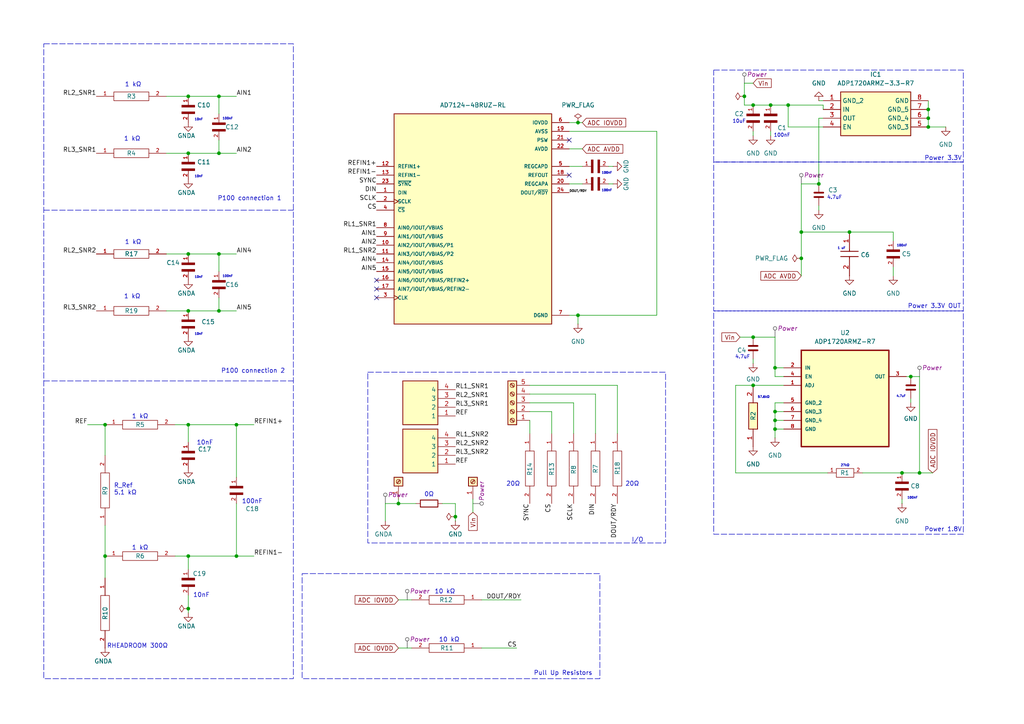
<source format=kicad_sch>
(kicad_sch (version 20231120) (generator "eeschema") (generator_version "8.0")
  (paper "A4")
  (title_block (title "Схема за термометър с AD7124-4BRUZ-RL") (date "10.07.2024") (rev "0.0") (company "Вълкан Павлов"))
  (lib_symbols
    (symbol "08055C104J4Z2A:08055C104J4Z2A" (pin_names (offset 1.016))
      (symbol "08055C104J4Z2A_0_0"
        (pin passive line (at -2.54 0 0) (length 2.54) (name "~") (number "1"))
        (pin passive line (at 5.08 0 180) (length 2.54) (name "~") (number "2"))
      )
    )
    (symbol "AD7124-4BRUZ-RL:AD7124-4BRUZ-RL" (pin_names (offset 1.016))
      (property "Reference" "U" (at -22.86 30.48 0))
      (property "Value" "AD7124-4BRUZ-RL" (at -22.86 -33.02 0))
      (symbol "AD7124-4BRUZ-RL_0_0"
        (pin input line (at -27.94 7.62 0) (length 5.08) (name "DIN") (number "1"))
        (pin bidirectional line (at -27.94 -7.62 0) (length 5.08) (name "AIN2/IOUT/VBIAS/P1") (number "10"))
        (pin bidirectional line (at -27.94 -10.16 0) (length 5.08) (name "AIN3/IOUT/VBIAS/P2") (number "11"))
        (pin input line (at -27.94 15.24 0) (length 5.08) (name "REFIN1+") (number "12"))
        (pin input line (at -27.94 12.7 0) (length 5.08) (name "REFIN1-") (number "13"))
        (pin bidirectional line (at -27.94 -12.7 0) (length 5.08) (name "AIN4/IOUT/VBIAS") (number "14"))
        (pin bidirectional line (at -27.94 -15.24 0) (length 5.08) (name "AIN5/IOUT/VBIAS") (number "15"))
        (pin bidirectional line (at -27.94 -17.78 0) (length 5.08) (name "AIN6/IOUT/VBIAS/REFIN2+") (number "16"))
        (pin bidirectional line (at -27.94 -20.32 0) (length 5.08) (name "AIN7/IOUT/VBIAS/REFIN2-") (number "17"))
        (pin output line (at 27.94 12.7 180) (length 5.08) (name "REFOUT") (number "18"))
        (pin power_in line (at 27.94 25.4 180) (length 5.08) (name "AVSS") (number "19"))
        (pin input clock (at -27.94 5.08 0) (length 5.08) (name "SCLK") (number "2"))
        (pin output line (at 27.94 10.16 180) (length 5.08) (name "REGCAPA") (number "20"))
        (pin power_in line (at 27.94 22.86 180) (length 5.08) (name "PSW") (number "21"))
        (pin power_in line (at 27.94 20.32 180) (length 5.08) (name "AVDD") (number "22"))
        (pin input line (at -27.94 10.16 0) (length 5.08) (name "~{SYNC}") (number "23"))
        (pin output line (at 27.94 7.62 180) (length 5.08) (name "DOUT/~{RDY}") (number "24"))
        (pin bidirectional clock (at -27.94 -22.86 0) (length 5.08) (name "CLK") (number "3"))
        (pin input line (at -27.94 2.54 0) (length 5.08) (name "~{CS}") (number "4"))
        (pin output line (at 27.94 15.24 180) (length 5.08) (name "REGCAPD") (number "5"))
        (pin power_in line (at 27.94 27.94 180) (length 5.08) (name "IOVDD") (number "6"))
        (pin power_in line (at 27.94 -27.94 180) (length 5.08) (name "DGND") (number "7"))
        (pin bidirectional line (at -27.94 -2.54 0) (length 5.08) (name "AIN0/IOUT/VBIAS") (number "8"))
        (pin bidirectional line (at -27.94 -5.08 0) (length 5.08) (name "AIN1/IOUT/VBIAS") (number "9"))
      )
    )
    (symbol "ADP1720ARMZ-3.3-R7:ADP1720ARMZ-3.3-R7"
      (property "Reference" "IC" (at 26.67 7.62 0))
      (property "Value" "ADP1720ARMZ-3.3-R7" (at 26.67 5.08 0))
      (symbol "ADP1720ARMZ-3.3-R7_1_1"
        (pin passive line (at 0 0 0) (length 5.08) (name "GND_2") (number "1"))
        (pin passive line (at 0 -2.54 0) (length 5.08) (name "IN") (number "2"))
        (pin passive line (at 0 -5.08 0) (length 5.08) (name "OUT") (number "3"))
        (pin passive line (at 0 -7.62 0) (length 5.08) (name "EN") (number "4"))
        (pin passive line (at 30.48 -7.62 180) (length 5.08) (name "GND_3") (number "5"))
        (pin passive line (at 30.48 -5.08 180) (length 5.08) (name "GND_4") (number "6"))
        (pin passive line (at 30.48 -2.54 180) (length 5.08) (name "GND_5") (number "7"))
        (pin passive line (at 30.48 0 180) (length 5.08) (name "GND") (number "8"))
      )
    )
    (symbol "ADP1720ARMZ-R7:ADP1720ARMZ-R7" (pin_names (offset 1.016))
      (property "Reference" "U" (at -4.5531 11.5734 0))
      (property "Value" "ADP1720ARMZ-R7" (at -7.1643 -20.0194 0))
      (symbol "ADP1720ARMZ-R7_0_0"
        (pin passive line (at -17.78 0 0) (length 5.08) (name "ADJ") (number "1"))
        (pin passive line (at -17.78 5.08 0) (length 5.08) (name "IN") (number "2"))
        (pin passive line (at 17.78 2.54 180) (length 5.08) (name "OUT") (number "3"))
        (pin passive line (at -17.78 2.54 0) (length 5.08) (name "EN") (number "4"))
        (pin passive line (at -17.78 -5.08 0) (length 5.08) (name "GND_2") (number "5"))
        (pin passive line (at -17.78 -7.62 0) (length 5.08) (name "GND_3") (number "6"))
        (pin passive line (at -17.78 -10.16 0) (length 5.08) (name "GND_4") (number "7"))
        (pin passive line (at -17.78 -12.7 0) (length 5.08) (name "GND") (number "8"))
      )
    )
    (symbol "C1206F105M5RACAUTO7210:C1206F105M5RACAUTO7210" (pin_names hide)
      (property "Reference" "C" (at 8.89 6.35 0))
      (property "Value" "C1206F105M5RACAUTO7210" (at 8.89 3.81 0))
      (symbol "C1206F105M5RACAUTO7210_1_1"
        (pin passive line (at 0 0 0) (length 5.08) (name "1") (number "1"))
        (pin passive line (at 12.7 0 180) (length 5.08) (name "2") (number "2"))
      )
    )
    (symbol "CC0805ZKY5V7BB475:CC0805ZKY5V7BB475" (pin_numbers hide)
      (property "Value" "4.7uF" (at 1.27 1.27 0))
      (symbol "CC0805ZKY5V7BB475_1_1"
        (pin passive line (at -2.54 0 0) (length 2.54) (name "") (number "1"))
        (pin passive line (at 3.81 0 180) (length 2.54) (name "") (number "2"))
      )
    )
    (symbol "CGA5L3X5R1H106K160AB:CGA5L3X5R1H106K160AB" (pin_names (offset 1.016))
      (property "Reference" "C" (at 0 3.8109 0))
      (property "Value" "CGA5L3X5R1H106K160AB" (at 0 -5.0885 0))
      (symbol "CGA5L3X5R1H106K160AB_0_0"
        (pin passive line (at -2.54 0 0) (length 2.54) (name "~") (number "1"))
        (pin passive line (at 5.08 0 180) (length 2.54) (name "~") (number "2"))
      )
    )
    (symbol "CRCW060357K6FKEA:CRCW060357K6FKEA" (pin_names hide)
      (property "Reference" "R" (at 13.97 6.35 0))
      (property "Value" "CRCW060357K6FKEA" (at 13.97 3.81 0))
      (symbol "CRCW060357K6FKEA_1_1"
        (pin passive line (at 0 0 0) (length 5.08) (name "1") (number "1"))
        (pin passive line (at 17.78 0 180) (length 5.08) (name "2") (number "2"))
      )
    )
    (symbol "CRCW08051K00JNEA_1" (pin_names (offset 1.016))
      (symbol "CRCW08051K00JNEA_1_0_0"
        (pin passive line (at -10.16 0 0) (length 5.08) (name "~") (number "1"))
        (pin passive line (at 10.16 0 180) (length 5.08) (name "~") (number "2"))
      )
    )
    (symbol "CTB5202_4:CTB5202_4"
      (property "Reference" "J" (at 16.51 7.62 0))
      (property "Value" "CTB5202_4" (at 16.51 5.08 0))
      (symbol "CTB5202_4_1_1"
        (pin passive line (at 0 0 0) (length 5.08) (name "1") (number "1"))
        (pin passive line (at 0 -2.54 0) (length 5.08) (name "2") (number "2"))
        (pin passive line (at 0 -5.08 0) (length 5.08) (name "3") (number "3"))
        (pin passive line (at 0 -7.62 0) (length 5.08) (name "4") (number "4"))
      )
    )
    (symbol "Connector:Screw_Terminal_01x01" (pin_names (offset 1.016) hide)
      (property "Reference" "J" (at 0 2.54 0))
      (property "Value" "Screw_Terminal_01x01" (at 0 -2.54 0))
      (symbol "Screw_Terminal_01x01_1_1"
        (pin passive line (at -5.08 0 0) (length 3.81) (name "Pin_1") (number "1"))
      )
    )
    (symbol "Connector:Screw_Terminal_01x05" (pin_names (offset 1.016) hide)
      (symbol "Screw_Terminal_01x05_1_1"
        (pin passive line (at -5.08 5.08 0) (length 3.81) (name "Pin_1") (number "1"))
        (pin passive line (at -5.08 2.54 0) (length 3.81) (name "Pin_2") (number "2"))
        (pin passive line (at -5.08 0 0) (length 3.81) (name "Pin_3") (number "3"))
        (pin passive line (at -5.08 -2.54 0) (length 3.81) (name "Pin_4") (number "4"))
        (pin passive line (at -5.08 -5.08 0) (length 3.81) (name "Pin_5") (number "5"))
      )
    )
    (symbol "Device:R" (pin_numbers hide) (pin_names (offset 0))
      (property "Reference" "R" (at 2.032 0 90))
      (property "Value" "R" (at 0 0 90))
      (symbol "R_1_1"
        (pin passive line (at 0 3.81 270) (length 1.27) (name "~") (number "1"))
        (pin passive line (at 0 -3.81 90) (length 1.27) (name "~") (number "2"))
      )
    )
    (symbol "ERA2AEB301X:ERA2AEB301X" (pin_names (offset 1.016))
      (symbol "ERA2AEB301X_0_0"
        (pin passive line (at -10.16 0 0) (length 5.08) (name "~") (number "1"))
        (pin passive line (at 10.16 0 180) (length 5.08) (name "~") (number "2"))
      )
    )
    (symbol "ERA6AEB512V:ERA6AEB512V" (pin_names (offset 1.016))
      (symbol "ERA6AEB512V_0_0"
        (pin passive line (at -10.16 0 0) (length 5.08) (name "~") (number "1"))
        (pin passive line (at 10.16 0 180) (length 5.08) (name "~") (number "2"))
      )
    )
    (symbol "ERJ-UP6D20R0V_1" (pin_names (offset 1.016))
      (symbol "ERJ-UP6D20R0V_1_0_0"
        (pin passive line (at -10.16 0 0) (length 5.08) (name "~") (number "1"))
        (pin passive line (at 10.16 0 180) (length 5.08) (name "~") (number "2"))
      )
    )
    (symbol "ERJ3GEYJ273V:ERJ-3GEYJ273V" (pin_names (offset 1.016))
      (symbol "ERJ-3GEYJ273V_0_0"
        (pin passive line (at -5.08 0 0) (length 2.54) (name "~") (number "1"))
        (pin passive line (at 5.08 0 180) (length 2.54) (name "~") (number "2"))
      )
    )
    (symbol "GCM155R71H103KA55D:GCM155R71H103KA55D" (pin_names (offset 1.016))
      (property "Reference" "C" (at -2.54 2.54 0))
      (property "Value" "GCM155R71H103KA55D" (at -2.54 -5.08 0))
      (symbol "GCM155R71H103KA55D_0_0"
        (pin passive line (at -2.54 0 0) (length 2.54) (name "~") (number "1"))
        (pin passive line (at 5.08 0 180) (length 2.54) (name "~") (number "2"))
      )
    )
    (symbol "RT0402FRE0710KL_1" (pin_names (offset 1.016))
      (symbol "RT0402FRE0710KL_1_0_0"
        (pin passive line (at -10.16 0 0) (length 5.08) (name "~") (number "1"))
        (pin passive line (at 10.16 0 180) (length 5.08) (name "~") (number "2"))
      )
    )
    (symbol "power:GND" (power) (pin_numbers hide) (pin_names (offset 0) hide)
      (property "Value" "GND" (at 0 -3.81 0))
      (symbol "GND_1_1"
        (pin power_in line (at 0 0 270) (length 0) (name "~") (number "1"))
      )
    )
    (symbol "power:GNDA" (power) (pin_numbers hide) (pin_names (offset 0) hide)
      (property "Value" "GNDA" (at 0 -3.81 0))
      (symbol "GNDA_1_1"
        (pin power_in line (at 0 0 270) (length 0) (name "~") (number "1"))
      )
    )
    (symbol "power:PWR_FLAG" (power) (pin_numbers hide) (pin_names (offset 0) hide)
      (property "Value" "PWR_FLAG" (at 0 3.81 0))
      (symbol "PWR_FLAG_0_0"
        (pin power_out line (at 0 0 90) (length 0) (name "~") (number "1"))
      )
    )
  )
  (junction (at 167.64 91.44))
  (junction (at 261.62 137.16))
  (junction (at 54.61 176.53))
  (junction (at 54.61 90.17))
  (junction (at 54.61 161.29))
  (junction (at 218.44 97.79))
  (junction (at 228.6 30.48))
  (junction (at 224.79 119.38))
  (junction (at 224.79 121.92))
  (junction (at 232.41 74.93))
  (junction (at 246.38 67.31))
  (junction (at 266.7 137.16))
  (junction (at 215.9 27.94))
  (junction (at 68.58 161.29))
  (junction (at 224.79 124.46))
  (junction (at 264.16 109.22))
  (junction (at 269.24 31.75))
  (junction (at 232.41 67.31))
  (junction (at 63.5 44.45))
  (junction (at 269.24 36.83))
  (junction (at 30.48 123.19))
  (junction (at 63.5 27.94))
  (junction (at 54.61 27.94))
  (junction (at 167.64 35.56))
  (junction (at 224.79 106.68))
  (junction (at 237.49 53.34))
  (junction (at 218.44 111.76))
  (junction (at 115.57 146.05))
  (junction (at 132.08 149.86))
  (junction (at 218.44 30.48))
  (junction (at 54.61 44.45))
  (junction (at 223.52 30.48))
  (junction (at 269.24 34.29))
  (junction (at 68.58 123.19))
  (junction (at 63.5 73.66))
  (junction (at 54.61 73.66))
  (junction (at 54.61 123.19))
  (junction (at 63.5 90.17))
  (junction (at 30.48 161.29))
  (no_connect (at 109.22 86.36))
  (no_connect (at 109.22 83.82))
  (no_connect (at 165.1 40.64))
  (no_connect (at 109.22 81.28))
  (no_connect (at 165.1 50.8))
  (wire (pts (xy 132.08 149.86) (xy 132.08 151.13)))
  (wire (pts (xy 228.6 30.48) (xy 228.6 36.83)))
  (wire (pts (xy 218.44 111.76) (xy 227.33 111.76)))
  (wire (pts (xy 269.24 31.75) (xy 269.24 34.29)))
  (wire (pts (xy 261.62 137.16) (xy 266.7 137.16)))
  (wire (pts (xy 48.26 44.45) (xy 54.61 44.45)))
  (wire (pts (xy 215.9 30.48) (xy 218.44 30.48)))
  (wire (pts (xy 165.1 35.56) (xy 167.64 35.56)))
  (wire (pts (xy 54.61 44.45) (xy 63.5 44.45)))
  (wire (pts (xy 224.79 106.68) (xy 224.79 97.79)))
  (wire (pts (xy 165.1 53.34) (xy 168.91 53.34)))
  (wire (pts (xy 237.49 34.29) (xy 237.49 53.34)))
  (wire (pts (xy 218.44 30.48) (xy 223.52 30.48)))
  (wire (pts (xy 63.5 86.36) (xy 63.5 90.17)))
  (wire (pts (xy 132.08 146.05) (xy 132.08 149.86)))
  (wire (pts (xy 166.37 116.84) (xy 166.37 125.73)))
  (wire (pts (xy 149.86 187.96) (xy 139.7 187.96)))
  (wire (pts (xy 264.16 115.57) (xy 264.16 116.84)))
  (wire (pts (xy 237.49 59.69) (xy 237.49 60.96)))
  (wire (pts (xy 115.57 146.05) (xy 120.65 146.05)))
  (wire (pts (xy 224.79 116.84) (xy 224.79 119.38)))
  (wire (pts (xy 153.67 119.38) (xy 160.02 119.38)))
  (wire (pts (xy 137.16 144.78) (xy 137.16 148.59)))
  (wire (pts (xy 250.19 137.16) (xy 261.62 137.16)))
  (wire (pts (xy 153.67 111.76) (xy 179.07 111.76)))
  (wire (pts (xy 224.79 106.68) (xy 224.79 109.22)))
  (wire (pts (xy 30.48 123.19) (xy 30.48 132.08)))
  (wire (pts (xy 160.02 119.38) (xy 160.02 125.73)))
  (wire (pts (xy 115.57 146.05) (xy 111.76 146.05)))
  (wire (pts (xy 218.44 24.13) (xy 215.9 24.13)))
  (wire (pts (xy 63.5 73.66) (xy 63.5 78.74)))
  (wire (pts (xy 115.57 146.05) (xy 115.57 144.78)))
  (wire (pts (xy 213.36 111.76) (xy 213.36 137.16)))
  (wire (pts (xy 224.79 119.38) (xy 224.79 121.92)))
  (wire (pts (xy 232.41 74.93) (xy 232.41 80.01)))
  (wire (pts (xy 179.07 111.76) (xy 179.07 125.73)))
  (wire (pts (xy 115.57 187.96) (xy 119.38 187.96)))
  (wire (pts (xy 238.76 30.48) (xy 238.76 31.75)))
  (wire (pts (xy 190.5 38.1) (xy 190.5 91.44)))
  (wire (pts (xy 228.6 30.48) (xy 238.76 30.48)))
  (wire (pts (xy 237.49 29.21) (xy 238.76 29.21)))
  (wire (pts (xy 50.8 161.29) (xy 54.61 161.29)))
  (wire (pts (xy 167.64 35.56) (xy 168.91 35.56)))
  (wire (pts (xy 232.41 67.31) (xy 232.41 74.93)))
  (wire (pts (xy 54.61 123.19) (xy 68.58 123.19)))
  (wire (pts (xy 48.26 27.94) (xy 54.61 27.94)))
  (wire (pts (xy 224.79 124.46) (xy 224.79 127)))
  (wire (pts (xy 54.61 161.29) (xy 68.58 161.29)))
  (wire (pts (xy 176.53 53.34) (xy 177.8 53.34)))
  (wire (pts (xy 165.1 48.26) (xy 168.91 48.26)))
  (wire (pts (xy 30.48 161.29) (xy 30.48 167.64)))
  (wire (pts (xy 223.52 38.1) (xy 223.52 39.37)))
  (wire (pts (xy 54.61 73.66) (xy 63.5 73.66)))
  (wire (pts (xy 63.5 73.66) (xy 68.58 73.66)))
  (wire (pts (xy 54.61 176.53) (xy 54.61 177.8)))
  (wire (pts (xy 238.76 36.83) (xy 228.6 36.83)))
  (wire (pts (xy 115.57 173.99) (xy 119.38 173.99)))
  (wire (pts (xy 63.5 40.64) (xy 63.5 44.45)))
  (wire (pts (xy 68.58 138.43) (xy 68.58 123.19)))
  (wire (pts (xy 153.67 121.92) (xy 153.67 125.73)))
  (wire (pts (xy 63.5 27.94) (xy 68.58 27.94)))
  (wire (pts (xy 172.72 114.3) (xy 172.72 125.73)))
  (wire (pts (xy 218.44 104.14) (xy 218.44 105.41)))
  (wire (pts (xy 30.48 152.4) (xy 30.48 161.29)))
  (wire (pts (xy 238.76 34.29) (xy 237.49 34.29)))
  (wire (pts (xy 224.79 119.38) (xy 227.33 119.38)))
  (wire (pts (xy 215.9 27.94) (xy 215.9 30.48)))
  (wire (pts (xy 227.33 116.84) (xy 224.79 116.84)))
  (wire (pts (xy 264.16 109.22) (xy 266.7 109.22)))
  (wire (pts (xy 167.64 91.44) (xy 167.64 93.98)))
  (wire (pts (xy 48.26 90.17) (xy 54.61 90.17)))
  (wire (pts (xy 176.53 48.26) (xy 177.8 48.26)))
  (wire (pts (xy 259.08 67.31) (xy 259.08 69.85)))
  (wire (pts (xy 224.79 121.92) (xy 224.79 124.46)))
  (wire (pts (xy 214.63 97.79) (xy 218.44 97.79)))
  (wire (pts (xy 54.61 90.17) (xy 63.5 90.17)))
  (wire (pts (xy 128.27 146.05) (xy 132.08 146.05)))
  (wire (pts (xy 68.58 123.19) (xy 73.66 123.19)))
  (wire (pts (xy 68.58 161.29) (xy 73.66 161.29)))
  (wire (pts (xy 63.5 44.45) (xy 68.58 44.45)))
  (wire (pts (xy 269.24 36.83) (xy 274.32 36.83)))
  (wire (pts (xy 259.08 67.31) (xy 246.38 67.31)))
  (wire (pts (xy 269.24 34.29) (xy 269.24 36.83)))
  (wire (pts (xy 68.58 146.05) (xy 68.58 161.29)))
  (wire (pts (xy 232.41 53.34) (xy 232.41 67.31)))
  (wire (pts (xy 215.9 24.13) (xy 215.9 27.94)))
  (wire (pts (xy 63.5 27.94) (xy 63.5 33.02)))
  (wire (pts (xy 165.1 38.1) (xy 190.5 38.1)))
  (wire (pts (xy 218.44 97.79) (xy 224.79 97.79)))
  (wire (pts (xy 111.76 146.05) (xy 111.76 151.13)))
  (wire (pts (xy 269.24 29.21) (xy 269.24 31.75)))
  (wire (pts (xy 232.41 53.34) (xy 237.49 53.34)))
  (wire (pts (xy 54.61 128.27) (xy 54.61 123.19)))
  (wire (pts (xy 167.64 91.44) (xy 190.5 91.44)))
  (wire (pts (xy 213.36 137.16) (xy 240.03 137.16)))
  (wire (pts (xy 54.61 172.72) (xy 54.61 176.53)))
  (wire (pts (xy 224.79 106.68) (xy 227.33 106.68)))
  (wire (pts (xy 48.26 73.66) (xy 54.61 73.66)))
  (wire (pts (xy 165.1 91.44) (xy 167.64 91.44)))
  (wire (pts (xy 266.7 137.16) (xy 266.7 109.22)))
  (wire (pts (xy 54.61 27.94) (xy 63.5 27.94)))
  (wire (pts (xy 30.48 123.19) (xy 25.4 123.19)))
  (wire (pts (xy 165.1 43.18) (xy 168.91 43.18)))
  (wire (pts (xy 213.36 111.76) (xy 218.44 111.76)))
  (wire (pts (xy 63.5 90.17) (xy 68.58 90.17)))
  (wire (pts (xy 218.44 39.37) (xy 218.44 38.1)))
  (wire (pts (xy 223.52 30.48) (xy 228.6 30.48)))
  (wire (pts (xy 232.41 67.31) (xy 246.38 67.31)))
  (wire (pts (xy 54.61 161.29) (xy 54.61 165.1)))
  (wire (pts (xy 50.8 123.19) (xy 54.61 123.19)))
  (wire (pts (xy 151.13 173.99) (xy 139.7 173.99)))
  (wire (pts (xy 12.7 110.49) (xy 85.09 110.49)) (stroke (width 0) (type dash) (color 0 0 194 1)))
  (wire (pts (xy 266.7 137.16) (xy 270.51 137.16)))
  (wire (pts (xy 153.67 114.3) (xy 172.72 114.3)))
  (wire (pts (xy 224.79 109.22) (xy 227.33 109.22)))
  (wire (pts (xy 12.7 60.96) (xy 85.09 60.96)) (stroke (width 0) (type dash) (color 0 0 194 1)))
  (wire (pts (xy 261.62 144.78) (xy 261.62 146.05)))
  (wire (pts (xy 224.79 121.92) (xy 227.33 121.92)))
  (wire (pts (xy 153.67 116.84) (xy 166.37 116.84)))
  (wire (pts (xy 224.79 124.46) (xy 227.33 124.46)))
  (wire (pts (xy 259.08 77.47) (xy 259.08 80.01)))
  (wire (pts (xy 262.89 109.22) (xy 264.16 109.22)))
  (rectangle (start 207.01 20.32) (end 279.4 46.99) (stroke (width 0) (type dash)))
  (rectangle (start 87.63 166.37) (end 173.99 196.85) (stroke (width 0) (type dash)))
  (rectangle (start 207.01 46.99) (end 279.4 90.17) (stroke (width 0) (type dash)))
  (rectangle (start 12.7 12.7) (end 85.09 196.85) (stroke (width 0) (type dash)))
  (rectangle (start 106.68 107.95) (end 193.04 157.48) (stroke (width 0) (type dash)))
  (rectangle (start 207.01 90.17) (end 279.4 154.94) (stroke (width 0) (type dash)))
  (text "10nF\n" (at 59.436 128.524 0) (effects (font (size 1.27 1.27))))
  (text " 1 uF" (at 243.84 72.136 0) (effects (font (size 0.635 0.635))))
  (text "1 kΩ" (at 38.608 70.358 0) (effects (font (size 1.27 1.27))))
  (text "4.7uF" (at 261.366 115.062 0) (effects (font (size 0.635 0.635))))
  (text "1 kΩ" (at 38.354 86.106 0) (effects (font (size 1.27 1.27))))
  (text "20Ω" (at 183.388 140.462 0) (effects (font (size 1.27 1.27))))
  (text "Power 3.3V\n" (at 273.558 45.974 0) (effects (font (size 1.27 1.27))))
  (text "4.7uF" (at 215.392 103.632 0) (effects (font (size 1.016 1.016))))
  (text "R_Ref\n5.1 kΩ" (at 33.02 141.986 0) (effects (font (size 1.27 1.27)) (justify left)))
  (text "P100 connection 1\n" (at 72.39 57.658 0) (effects (font (size 1.27 1.27))))
  (text "RHEADROOM 300Ω" (at 39.878 187.452 0) (effects (font (size 1.27 1.27))))
  (text "4.7uF" (at 242.062 57.404 0) (effects (font (size 1.016 1.016))))
  (text "1 kΩ" (at 38.608 24.638 0) (effects (font (size 1.27 1.27))))
  (text "Power 3.3V OUT\n" (at 271.018 88.9 0) (effects (font (size 1.27 1.27))))
  (text "100nF" (at 73.152 145.542 0) (effects (font (size 1.27 1.27))))
  (text "10nF\n" (at 57.658 51.308 0) (effects (font (size 0.635 0.635))))
  (text "20Ω" (at 148.844 140.462 0) (effects (font (size 1.27 1.27))))
  (text "10nF\n" (at 57.658 97.028 0) (effects (font (size 0.635 0.635))))
  (text "10 kΩ" (at 130.302 185.674 0) (effects (font (size 1.27 1.27))))
  (text "Power 1.8V\n\n" (at 273.558 154.686 0) (effects (font (size 1.27 1.27))))
  (text "I/O\n" (at 184.912 156.718 0) (effects (font (size 1.27 1.27))))
  (text "10uF" (at 214.376 35.306 0) (effects (font (size 1.016 1.016))))
  (text "10nF\n" (at 58.42 172.72 0) (effects (font (size 1.27 1.27))))
  (text "27kΩ" (at 245.11 135.128 0) (effects (font (size 0.635 0.635))))
  (text "P100 connection 2\n\n" (at 73.406 108.712 0) (effects (font (size 1.27 1.27))))
  (text "0Ω" (at 124.46 143.51 0) (effects (font (size 1.27 1.27))))
  (text "Pull Up Resistors\n" (at 163.322 195.326 0) (effects (font (size 1.27 1.27))))
  (text "57.6kΩ" (at 221.488 115.316 0) (effects (font (size 0.635 0.635))))
  (text "100nF" (at 176.022 50.292 0) (effects (font (size 0.635 0.635))))
  (text "1 kΩ" (at 38.354 40.386 0) (effects (font (size 1.27 1.27))))
  (text "100nF" (at 66.04 34.544 0) (effects (font (size 0.635 0.635))))
  (text "1 kΩ" (at 40.64 120.904 0) (effects (font (size 1.27 1.27))))
  (text "100nF" (at 264.668 144.526 0) (effects (font (size 0.635 0.635))))
  (text "100nF" (at 226.822 39.37 0) (effects (font (size 1.016 1.016))))
  (text "10nF\n" (at 57.658 80.518 0) (effects (font (size 0.635 0.635))))
  (text "10nF\n" (at 57.658 34.798 0) (effects (font (size 0.635 0.635))))
  (text "1 kΩ" (at 40.64 159.004 0) (effects (font (size 1.27 1.27))))
  (text "100nF" (at 66.04 80.264 0) (effects (font (size 0.635 0.635))))
  (text "10 kΩ" (at 129.032 171.704 0) (effects (font (size 1.27 1.27))))
  (text "100nF" (at 261.62 71.374 0) (effects (font (size 0.635 0.635))))
  (text "100nF" (at 176.022 55.372 0) (effects (font (size 0.635 0.635))))
  (label "AIN5" (at 109.22 78.74 180))
  (label "AIN4" (at 109.22 76.2 180))
  (label "REFIN1-" (at 73.66 161.29 0))
  (label "RL1_SNR1" (at 132.08 113.03 0))
  (label "REFIN1+" (at 73.66 123.19 0))
  (label "AIN4" (at 68.58 73.66 0))
  (label "AIN1" (at 68.58 27.94 0))
  (label "RL3_SNR2" (at 132.08 132.08 0))
  (label "RL2_SNR2" (at 132.08 129.54 0))
  (label "CS" (at 160.02 146.05 270))
  (label "DIN" (at 109.22 55.88 180))
  (label "RL1_SNR2" (at 132.08 127 0))
  (label "REF" (at 132.08 120.65 0))
  (label "RL3_SNR2" (at 27.94 90.17 180))
  (label "AIN1" (at 109.22 68.58 180))
  (label "SYNC" (at 109.22 53.34 180))
  (label "DOUT{slash}RDY" (at 165.1 55.88 0) (effects (font (size 0.635 0.635))))
  (label "RL1_SNR1" (at 109.22 66.04 180))
  (label "DOUT{slash}RDY" (at 151.13 173.99 180))
  (label "SCLK" (at 109.22 58.42 180))
  (label "REF" (at 25.4 123.19 180))
  (label "SYNC" (at 153.67 146.05 270))
  (label "DOUT{slash}RDY" (at 179.07 146.05 270))
  (label "RL2_SNR1" (at 27.94 27.94 180))
  (label "DIN" (at 172.72 146.05 270))
  (label "RL3_SNR1" (at 132.08 118.11 0))
  (label "AIN2" (at 109.22 71.12 180))
  (label "REFIN1-" (at 109.22 50.8 180))
  (label "CS" (at 109.22 60.96 180))
  (label "RL2_SNR2" (at 27.94 73.66 180))
  (label "AIN2" (at 68.58 44.45 0))
  (label "SCLK" (at 166.37 146.05 270))
  (label "CS" (at 149.86 187.96 180))
  (label "REFIN1+" (at 109.22 48.26 180))
  (label "RL1_SNR2" (at 109.22 73.66 180))
  (label "RL3_SNR1" (at 27.94 44.45 180))
  (label "REF" (at 132.08 134.62 0))
  (label "AIN5" (at 68.58 90.17 0))
  (label "RL2_SNR1" (at 132.08 115.57 0))
  (global_label "ADC IOVDD" (shape input) (at 168.91 35.56 0) (property "Intersheetrefs" "${INTERSHEET_REFS}" (effects (hide yes))))
  (global_label "ADC IOVDD" (shape input) (at 115.57 187.96 180) (property "Intersheetrefs" "${INTERSHEET_REFS}" (effects (hide yes))))
  (global_label "ADC AVDD" (shape input) (at 232.41 80.01 180) (property "Intersheetrefs" "${INTERSHEET_REFS}" (effects (hide yes))))
  (global_label "ADC IOVDD" (shape input) (at 115.57 173.99 180) (property "Intersheetrefs" "${INTERSHEET_REFS}" (effects (hide yes))))
  (global_label "Vin" (shape input) (at 218.44 24.13 0) (property "Intersheetrefs" "${INTERSHEET_REFS}" (effects (hide yes))))
  (global_label "ADC IOVDD" (shape input) (at 270.51 137.16 90) (property "Intersheetrefs" "${INTERSHEET_REFS}" (effects (hide yes))))
  (global_label "ADC AVDD" (shape input) (at 168.91 43.18 0) (property "Intersheetrefs" "${INTERSHEET_REFS}" (effects (hide yes))))
  (global_label "Vin" (shape input) (at 214.63 97.79 180) (property "Intersheetrefs" "${INTERSHEET_REFS}" (effects (hide yes))))
  (global_label "Vin" (shape input) (at 137.16 148.59 270) (property "Intersheetrefs" "${INTERSHEET_REFS}" (effects (hide yes))))
  (netclass_flag "" (length 2.54) (shape round) (at 266.7 109.22 0) (property "Netclass" "Power" (at 267.3985 106.68 0) (effects (font (italic yes)) (justify left))))
  (netclass_flag "" (length 2.54) (shape round) (at 215.9 24.13 0) (property "Netclass" "Power" (at 216.5985 21.59 0) (effects (font (italic yes)) (justify left))))
  (netclass_flag "" (length 2.54) (shape round) (at 118.11 187.96 0) (property "Netclass" "Power" (at 118.8085 185.42 0) (effects (font (italic yes)) (justify left))))
  (netclass_flag "" (length 2.54) (shape round) (at 232.41 53.34 0) (property "Netclass" "Power" (at 233.1085 50.8 0) (effects (font (italic yes)) (justify left))))
  (netclass_flag "" (length 2.54) (shape round) (at 224.79 97.79 0) (property "Netclass" "Power" (at 225.4885 95.25 0) (effects (font (italic yes)) (justify left))))
  (netclass_flag "" (length 2.54) (shape round) (at 118.11 173.99 0) (property "Netclass" "Power" (at 118.8085 171.45 0) (effects (font (italic yes)) (justify left))))
  (netclass_flag "" (length 2.54) (shape round) (at 137.16 146.05 270) (property "Netclass" "Power" (at 139.7 145.3515 90) (effects (font (italic yes)) (justify left))))
  (netclass_flag "" (length 2.54) (shape round) (at 111.76 146.05 0) (property "Netclass" "Power" (at 112.4585 143.51 0) (effects (font (italic yes)) (justify left))))
  (symbol (lib_id "CGA5L3X5R1H106K160AB:CGA5L3X5R1H106K160AB") (at 218.44 33.02 270) (unit 1)
    (property "Reference" "C2" (at 214.376 33.02 90))
    (property "Value" "CGA5L3X5R1H106K160AB" (effects (hide yes)))
    (property "Footprint" "CGA5L3X5R1H106K160AB:CAPC3216X190N" (effects (hide yes)))
    (property "MF" "TDK" (effects (hide yes)))
    (property "Description_1" "\n10 µF ±10% 50V Ceramic Capacitor X5R 1206 (3216 Metric)\n" (effects (hide yes)))
    (property "Package" "3216 TDK" (effects (hide yes)))
    (property "Price" "None" (effects (hide yes)))
    (property "SnapEDA_Link" "https://www.snapeda.com/parts/CGA5L3X5R1H106K160AB/TDK/view-part/?ref=snap" (effects (hide yes)))
    (property "MP" "CGA5L3X5R1H106K160AB" (effects (hide yes)))
    (property "Purchase-URL" "https://www.snapeda.com/api/url_track_click_mouser/?unipart_id=1836136&manufacturer=TDK&part_name=CGA5L3X5R1H106K160AB&search_term=cga5l3x5r1h106k160ab" (effects (hide yes)))
    (property "Availability" "In Stock" (effects (hide yes)))
    (property "Check_prices" "https://www.snapeda.com/parts/CGA5L3X5R1H106K160AB/TDK/view-part/?ref=eda" (effects (hide yes)))
  )
  (symbol (lib_id "08055C104J4Z2A:08055C104J4Z2A") (at 171.45 48.26 0) (unit 1)
    (property "Reference" "C13" (effects (hide yes)))
    (property "Value" "08055C104J4Z2A" (effects (hide yes)))
    (property "Footprint" "08055C104J4Z2A:CAPC2012X94N" (effects (hide yes)))
    (property "MF" "KYOCERA AVX" (effects (hide yes)))
    (property "Description_1" "\nCAP CER 0.1UF 50V X7R 0805\n" (effects (hide yes)))
    (property "Package" "2012 AVX" (effects (hide yes)))
    (property "Price" "None" (effects (hide yes)))
    (property "SnapEDA_Link" "https://www.snapeda.com/parts/08055C104J4Z2A/Kyocera/view-part/?ref=snap" (effects (hide yes)))
    (property "MP" "08055C104J4Z2A" (effects (hide yes)))
    (property "Purchase-URL" "https://www.snapeda.com/api/url_track_click_mouser/?unipart_id=11866989&manufacturer=KYOCERA AVX&part_name=08055C104J4Z2A&search_term=08055c104j4z2a" (effects (hide yes)))
    (property "Availability" "In Stock" (effects (hide yes)))
    (property "Check_prices" "https://www.snapeda.com/parts/08055C104J4Z2A/Kyocera/view-part/?ref=eda" (effects (hide yes)))
  )
  (symbol (lib_name "CRCW08051K00JNEA_1") (lib_id "CRCW08051K00JNEA:CRCW08051K00JNEA") (at 38.1 73.66 0) (unit 1)
    (property "Reference" "R17" (at 38.1 73.66 0))
    (property "Value" "CRCW08051K00JNEA " (effects (hide yes)))
    (property "Footprint" "CRCW08051K00JNEA:RESC2012X50N" (effects (hide yes)))
    (property "Description" "125mW Thick Film Resistors 150V ±5% ±200ppm/℃ 1kΩ 0805 Chip Resistor - Surface Mount ROHS" (effects (hide yes)))
    (property "MF" "Vishay Dale" (effects (hide yes)))
    (property "Description_1" "\nResistor;Thick Film;1 Kilohms;0.125 W;5%;SMT;0805;TCR 73 ppm/DegC;Tape and Reel | Vishay Dale CRCW08051K00JNEA\n" (effects (hide yes)))
    (property "Package" "2012 Vishay" (effects (hide yes)))
    (property "Price" "None" (effects (hide yes)))
    (property "SnapEDA_Link" "https://www.snapeda.com/parts/CRCW08051K00JNEA/Vishay+Dale/view-part/?ref=snap" (effects (hide yes)))
    (property "MP" "CRCW08051K00JNEA" (effects (hide yes)))
    (property "Purchase-URL" "https://www.snapeda.com/api/url_track_click_mouser/?unipart_id=480968&manufacturer=Vishay Dale&part_name=CRCW08051K00JNEA&search_term=crcw08051k00jnea" (effects (hide yes)))
    (property "Availability" "In Stock" (effects (hide yes)))
    (property "Check_prices" "https://www.snapeda.com/parts/CRCW08051K00JNEA/Vishay+Dale/view-part/?ref=eda" (effects (hide yes)))
  )
  (symbol (lib_id "power:GNDA") (at 54.61 177.8 0) (unit 1)
    (property "Reference" "#PWR05" (effects (hide yes)))
    (property "Value" "GNDA" (at 56.642 181.61 0) (effects (justify right)))
    (property "Description" "Power symbol creates a global label with name \"GNDA\" , analog ground" (effects (hide yes)))
  )
  (symbol (lib_id "08055C104J4Z2A:08055C104J4Z2A") (at 68.58 140.97 270) (unit 1)
    (property "Reference" "C18" (at 73.152 147.574 90))
    (property "Value" "08055C104J4Z2A" (effects (hide yes)))
    (property "Footprint" "08055C104J4Z2A:CAPC2012X94N" (effects (hide yes)))
    (property "MF" "KYOCERA AVX" (effects (hide yes)))
    (property "Description_1" "\nCAP CER 0.1UF 50V X7R 0805\n" (effects (hide yes)))
    (property "Package" "2012 AVX" (effects (hide yes)))
    (property "Price" "None" (effects (hide yes)))
    (property "SnapEDA_Link" "https://www.snapeda.com/parts/08055C104J4Z2A/Kyocera/view-part/?ref=snap" (effects (hide yes)))
    (property "MP" "08055C104J4Z2A" (effects (hide yes)))
    (property "Purchase-URL" "https://www.snapeda.com/api/url_track_click_mouser/?unipart_id=11866989&manufacturer=KYOCERA AVX&part_name=08055C104J4Z2A&search_term=08055c104j4z2a" (effects (hide yes)))
    (property "Availability" "In Stock" (effects (hide yes)))
    (property "Check_prices" "https://www.snapeda.com/parts/08055C104J4Z2A/Kyocera/view-part/?ref=eda" (effects (hide yes)))
  )
  (symbol (lib_id "CC0805ZKY5V7BB475:CC0805ZKY5V7BB475") (at 218.44 101.6 270) (mirror x) (unit 1)
    (property "Reference" "C4" (at 215.138 101.6 90))
    (property "Value" "CC0805ZKY5V7BB475" (effects (hide yes)))
    (property "Footprint" "CC0805ZKY5V7BB475:CC0805ZKY5V7BB475" (effects (hide yes)))
    (property "Description" "16V 4.7uF Y5V -20%~+80% 0805 Multilayer Ceramic Capacitors MLCC - SMD/SMT ROHS" (effects (hide yes)))
    (property "Link" "https://bg.farnell.com/yageo/cc0805zky5v7bb475/cap-4-7uf-16v-mlcc-0805/dp/3369337" (effects (hide yes)))
    (property "PartN" "CC0805ZKY5V7BB475" (effects (hide yes)))
  )
  (symbol (lib_id "ERA6AEB512V:ERA6AEB512V") (at 30.48 142.24 90) (unit 1)
    (property "Reference" "R9" (at 30.48 140.97 0) (effects (justify right)))
    (property "Value" "ERA6AEB512V" (effects (hide yes)))
    (property "Footprint" "ERA6AEB512V:RES_ERA6AEB512V" (effects (hide yes)))
    (property "MF" "Panasonic Electronic" (effects (hide yes)))
    (property "MAXIMUM_PACKAGE_HEIGHT" "0.6 mm" (effects (hide yes)))
    (property "Package" "2012-2 Panasonic" (effects (hide yes)))
    (property "Price" "None" (effects (hide yes)))
    (property "Check_prices" "https://www.snapeda.com/parts/ERA-6AEB512V/Panasonic+Electronic+Components/view-part/?ref=eda" (effects (hide yes)))
    (property "STANDARD" "Manufacturer Recommendations" (effects (hide yes)))
    (property "PARTREV" "3/1/2020" (effects (hide yes)))
    (property "SnapEDA_Link" "https://www.snapeda.com/parts/ERA-6AEB512V/Panasonic+Electronic+Components/view-part/?ref=snap" (effects (hide yes)))
    (property "MP" "ERA-6AEB512V" (effects (hide yes)))
    (property "Purchase-URL" "https://www.snapeda.com/api/url_track_click_mouser/?unipart_id=250187&manufacturer=Panasonic Electronic&part_name=ERA-6AEB512V&search_term=era6aeb512v" (effects (hide yes)))
    (property "Description_1" "\n5.1 kOhms 0.1% 0.125W, 1/8W Chip Resistor 0805 (2012 Metric) Automotive AEC-Q200 Thin Film\n" (effects (hide yes)))
    (property "Availability" "In Stock" (effects (hide yes)))
    (property "MANUFACTURER" "Panasonic" (effects (hide yes)))
  )
  (symbol (lib_name "RT0402FRE0710KL_1") (lib_id "RT0402FRE0710KL:RT0402FRE0710KL") (at 129.54 173.99 180) (unit 1)
    (property "Reference" "R12" (at 131.318 173.99 0) (effects (justify left)))
    (property "Value" "RT0402FRE0710KL" (effects (hide yes)))
    (property "Footprint" "RT0402FRE0710KL:RESC1005X35N" (effects (hide yes)))
    (property "MF" "Yageo" (effects (hide yes)))
    (property "Description_1" "\n10 kOhms ±1% 0.063W, 1/16W Chip Resistor 0402 (1005 Metric) - Thin Film\n" (effects (hide yes)))
    (property "Package" "1005 Yageo" (effects (hide yes)))
    (property "Price" "None" (effects (hide yes)))
    (property "SnapEDA_Link" "https://www.snapeda.com/parts/RT0402FRE0710KL/Yageo/view-part/?ref=snap" (effects (hide yes)))
    (property "MP" "RT0402FRE0710KL" (effects (hide yes)))
    (property "Availability" "In Stock" (effects (hide yes)))
    (property "Check_prices" "https://www.snapeda.com/parts/RT0402FRE0710KL/Yageo/view-part/?ref=eda" (effects (hide yes)))
  )
  (symbol (lib_id "08055C104J4Z2A:08055C104J4Z2A") (at 63.5 35.56 270) (unit 1)
    (property "Reference" "C12" (at 67.31 36.83 90))
    (property "Value" "08055C104J4Z2A" (effects (hide yes)))
    (property "Footprint" "08055C104J4Z2A:CAPC2012X94N" (effects (hide yes)))
    (property "MF" "KYOCERA AVX" (effects (hide yes)))
    (property "Description_1" "\nCAP CER 0.1UF 50V X7R 0805\n" (effects (hide yes)))
    (property "Package" "2012 AVX" (effects (hide yes)))
    (property "Price" "None" (effects (hide yes)))
    (property "SnapEDA_Link" "https://www.snapeda.com/parts/08055C104J4Z2A/Kyocera/view-part/?ref=snap" (effects (hide yes)))
    (property "MP" "08055C104J4Z2A" (effects (hide yes)))
    (property "Purchase-URL" "https://www.snapeda.com/api/url_track_click_mouser/?unipart_id=11866989&manufacturer=KYOCERA AVX&part_name=08055C104J4Z2A&search_term=08055c104j4z2a" (effects (hide yes)))
    (property "Availability" "In Stock" (effects (hide yes)))
    (property "Check_prices" "https://www.snapeda.com/parts/08055C104J4Z2A/Kyocera/view-part/?ref=eda" (effects (hide yes)))
  )
  (symbol (lib_id "08055C104J4Z2A:08055C104J4Z2A") (at 261.62 139.7 270) (unit 1)
    (property "Reference" "C8" (at 265.43 140.97 90))
    (property "Value" "08055C104J4Z2A" (effects (hide yes)))
    (property "Footprint" "08055C104J4Z2A:CAPC2012X94N" (effects (hide yes)))
    (property "MF" "KYOCERA AVX" (effects (hide yes)))
    (property "Description_1" "\nCAP CER 0.1UF 50V X7R 0805\n" (effects (hide yes)))
    (property "Package" "2012 AVX" (effects (hide yes)))
    (property "Price" "None" (effects (hide yes)))
    (property "SnapEDA_Link" "https://www.snapeda.com/parts/08055C104J4Z2A/Kyocera/view-part/?ref=snap" (effects (hide yes)))
    (property "MP" "08055C104J4Z2A" (effects (hide yes)))
    (property "Purchase-URL" "https://www.snapeda.com/api/url_track_click_mouser/?unipart_id=11866989&manufacturer=KYOCERA AVX&part_name=08055C104J4Z2A&search_term=08055c104j4z2a" (effects (hide yes)))
    (property "Availability" "In Stock" (effects (hide yes)))
    (property "Check_prices" "https://www.snapeda.com/parts/08055C104J4Z2A/Kyocera/view-part/?ref=eda" (effects (hide yes)))
  )
  (symbol (lib_id "CC0805ZKY5V7BB475:CC0805ZKY5V7BB475") (at 237.49 57.15 90) (unit 1)
    (property "Reference" "C3" (at 241.554 55.118 90))
    (property "Value" "CC0805ZKY5V7BB475" (effects (hide yes)))
    (property "Footprint" "CC0805ZKY5V7BB475:CC0805ZKY5V7BB475" (effects (hide yes)))
    (property "Description" "16V 4.7uF Y5V -20%~+80% 0805 Multilayer Ceramic Capacitors MLCC - SMD/SMT ROHS" (effects (hide yes)))
    (property "Link" "https://bg.farnell.com/yageo/cc0805zky5v7bb475/cap-4-7uf-16v-mlcc-0805/dp/3369337" (effects (hide yes)))
    (property "PartN" "CC0805ZKY5V7BB475" (effects (hide yes)))
  )
  (symbol (lib_name "ERJ-UP6D20R0V_1") (lib_id "ERJ-UP6D20R0V:ERJ-UP6D20R0V") (at 160.02 135.89 270) (unit 1)
    (property "Reference" "R13" (at 160.02 134.112 0) (effects (justify left)))
    (property "Value" "ERJ-UP6D20R0V" (effects (hide yes)))
    (property "Footprint" "ERJ-UP6D20R0V:RES_ERJ-UP6D20R0V" (effects (hide yes)))
    (property "MF" "Panasonic" (effects (hide yes)))
    (property "MAXIMUM_PACKAGE_HEIGHT" "0.55 mm" (effects (hide yes)))
    (property "Package" "805-2 Panasonic" (effects (hide yes)))
    (property "Price" "None" (effects (hide yes)))
    (property "Check_prices" "https://www.snapeda.com/parts/ERJUP6D20R0V/Panasonic/view-part/?ref=eda" (effects (hide yes)))
    (property "STANDARD" "Manufacturer Recommendations" (effects (hide yes)))
    (property "PARTREV" "3/1/2020" (effects (hide yes)))
    (property "SnapEDA_Link" "https://www.snapeda.com/parts/ERJUP6D20R0V/Panasonic/view-part/?ref=snap" (effects (hide yes)))
    (property "MP" "ERJUP6D20R0V" (effects (hide yes)))
    (property "Purchase-URL" "https://www.snapeda.com/api/url_track_click_mouser/?unipart_id=7804391&manufacturer=Panasonic&part_name=ERJUP6D20R0V&search_term=erj-up6d20r0v" (effects (hide yes)))
    (property "Description_1" "\nAnti-Sulfurated Thick Film Chip Resistors/ Anti-Surge Type\n, Power Rating (W): 0.5, Chip Size (LxW(EIA)) (mm): 2.0 x 1.25 (EIA:0805), Resistance Values (?): 20, Resistance Tolerance (%): 0.5, T.C.R (×10??/K): ±100\n" (effects (hide yes)))
    (property "Availability" "In Stock" (effects (hide yes)))
    (property "MANUFACTURER" "Panasonic" (effects (hide yes)))
  )
  (symbol (lib_id "power:PWR_FLAG") (at 215.9 27.94 90) (unit 1)
    (property "Reference" "#FLG01" (effects (hide yes)))
    (property "Value" "PWR_FLAG" (effects (hide yes)))
    (property "Description" "Special symbol for telling ERC where power comes from" (effects (hide yes)))
  )
  (symbol (lib_id "GCM155R71H103KA55D:GCM155R71H103KA55D") (at 54.61 92.71 270) (unit 1)
    (property "Reference" "C15" (at 58.42 93.3449 90) (effects (justify left)))
    (property "Value" "GCM155R71H103KA55D" (effects (hide yes)))
    (property "Footprint" "GCM155R71H103KA55D:CAPC1005X55N" (effects (hide yes)))
    (property "Description" "10000 pF ±10% 50V Ceramic Capacitor X7R 0402 (1005 Metric)" (effects (hide yes)))
    (property "MF" "Murata" (effects (hide yes)))
    (property "PACKAGE" "1005 Taiyo Yuden" (effects (hide yes)))
    (property "PRICE" "None" (effects (hide yes)))
    (property "Package" "1005 Taiyo Yuden" (effects (hide yes)))
    (property "Check_prices" "https://www.snapeda.com/parts/GCM155R71H103KA55D/Murata+Electronics+North+America/view-part/?ref=eda" (effects (hide yes)))
    (property "Price" "None" (effects (hide yes)))
    (property "SnapEDA_Link" "https://www.snapeda.com/parts/GCM155R71H103KA55D/Murata+Electronics+North+America/view-part/?ref=snap" (effects (hide yes)))
    (property "MP" "GCM155R71H103KA55D" (effects (hide yes)))
    (property "Purchase-URL" "https://www.snapeda.com/api/url_track_click_mouser/?unipart_id=597699&manufacturer=Murata&part_name=GCM155R71H103KA55D&search_term=gcm155r71h103ka55d" (effects (hide yes)))
    (property "Description_1" "\n10000 pF ±10% 50V Ceramic Capacitor X7R 0402 (1005 Metric)\n" (effects (hide yes)))
    (property "Availability" "In Stock" (effects (hide yes)))
    (property "AVAILABILITY" "In Stock" (effects (hide yes)))
    (property "PURCHASE-URL" "https://pricing.snapeda.com/search/part/GCM155R71H103KA55D/?ref=eda" (effects (hide yes)))
  )
  (symbol (lib_id "power:GND") (at 167.64 93.98 0) (unit 1)
    (property "Reference" "#PWR015" (effects (hide yes)))
    (property "Value" "GND" (at 167.64 99.06 0))
    (property "Description" "Power symbol creates a global label with name \"GND\" , ground" (effects (hide yes)))
  )
  (symbol (lib_id "08055C104J4Z2A:08055C104J4Z2A") (at 259.08 72.39 270) (unit 1)
    (property "Reference" "C5" (at 262.89 73.66 90))
    (property "Value" "08055C104J4Z2A" (effects (hide yes)))
    (property "Footprint" "08055C104J4Z2A:CAPC2012X94N" (effects (hide yes)))
    (property "MF" "KYOCERA AVX" (effects (hide yes)))
    (property "Description_1" "\nCAP CER 0.1UF 50V X7R 0805\n" (effects (hide yes)))
    (property "Package" "2012 AVX" (effects (hide yes)))
    (property "Price" "None" (effects (hide yes)))
    (property "SnapEDA_Link" "https://www.snapeda.com/parts/08055C104J4Z2A/Kyocera/view-part/?ref=snap" (effects (hide yes)))
    (property "MP" "08055C104J4Z2A" (effects (hide yes)))
    (property "Purchase-URL" "https://www.snapeda.com/api/url_track_click_mouser/?unipart_id=11866989&manufacturer=KYOCERA AVX&part_name=08055C104J4Z2A&search_term=08055c104j4z2a" (effects (hide yes)))
    (property "Availability" "In Stock" (effects (hide yes)))
    (property "Check_prices" "https://www.snapeda.com/parts/08055C104J4Z2A/Kyocera/view-part/?ref=eda" (effects (hide yes)))
  )
  (symbol (lib_id "power:GND") (at 218.44 105.41 0) (mirror y) (unit 1)
    (property "Reference" "#PWR08" (effects (hide yes)))
    (property "Value" "GND" (at 218.44 109.982 0))
    (property "Description" "Power symbol creates a global label with name \"GND\" , ground" (effects (hide yes)))
  )
  (symbol (lib_id "power:GND") (at 237.49 60.96 0) (unit 1)
    (property "Reference" "#PWR07" (effects (hide yes)))
    (property "Value" "GND" (at 237.49 66.04 0))
    (property "Description" "Power symbol creates a global label with name \"GND\" , ground" (effects (hide yes)))
  )
  (symbol (lib_id "power:GND") (at 177.8 53.34 90) (unit 1)
    (property "Reference" "#PWR014" (effects (hide yes)))
    (property "Value" "GND" (at 181.61 53.34 0))
    (property "Description" "Power symbol creates a global label with name \"GND\" , ground" (effects (hide yes)))
  )
  (symbol (lib_id "power:GNDA") (at 54.61 97.79 0) (unit 1)
    (property "Reference" "#PWR020" (effects (hide yes)))
    (property "Value" "GNDA" (at 56.642 101.6 0) (effects (justify right)))
    (property "Description" "Power symbol creates a global label with name \"GNDA\" , analog ground" (effects (hide yes)))
  )
  (symbol (lib_id "power:GND") (at 132.08 151.13 0) (unit 1)
    (property "Reference" "#PWR022" (effects (hide yes)))
    (property "Value" "GND" (at 132.08 154.94 0))
    (property "Description" "Power symbol creates a global label with name \"GND\" , ground" (effects (hide yes)))
  )
  (symbol (lib_id "Connector:Screw_Terminal_01x05") (at 148.59 116.84 180) (unit 1)
    (property "Reference" "J2" (effects (hide yes)))
    (property "Value" "Screw_Terminal_01x05" (effects (hide yes)))
    (property "Footprint" "Connector_PinHeader_2.54mm:PinHeader_1x05_P2.54mm_Vertical" (effects (hide yes)))
    (property "Description" "Generic screw terminal, single row, 01x05, script generated (kicad-library-utils/schlib/autogen/connector/)" (effects (hide yes)))
  )
  (symbol (lib_id "AD7124-4BRUZ-RL:AD7124-4BRUZ-RL") (at 137.16 63.5 0) (unit 1)
    (property "Reference" "U1" (effects (hide yes)))
    (property "Value" "AD7124-4BRUZ-RL" (at 137.16 30.48 0))
    (property "Footprint" "AD7124-4BRUZ-RL:SOP65P640X120-24N" (effects (hide yes)))
    (property "MF" "Analog Devices" (effects (hide yes)))
    (property "Description_1" "\n4-Channel, Low Noise, Low Power, 24-Bit, Sigma-Delta ADC with PGA and Reference\n" (effects (hide yes)))
    (property "Package" "TSSOP-24 Analog Devices" (effects (hide yes)))
    (property "Price" "None" (effects (hide yes)))
    (property "Check_prices" "https://www.snapeda.com/parts/AD7124-4BRUZ-RL/Analog+Devices/view-part/?ref=eda" (effects (hide yes)))
    (property "STANDARD" "IPC7351B" (effects (hide yes)))
    (property "PARTREV" "D" (effects (hide yes)))
    (property "SnapEDA_Link" "https://www.snapeda.com/parts/AD7124-4BRUZ-RL/Analog+Devices/view-part/?ref=snap" (effects (hide yes)))
    (property "MP" "AD7124-4BRUZ-RL" (effects (hide yes)))
    (property "Purchase-URL" "https://www.snapeda.com/api/url_track_click_mouser/?unipart_id=1019837&manufacturer=Analog Devices&part_name=AD7124-4BRUZ-RL&search_term=ad7124_4bruz_rl" (effects (hide yes)))
    (property "Availability" "In Stock" (effects (hide yes)))
    (property "MANUFACTURER" "Analog Devices" (effects (hide yes)))
  )
  (symbol (lib_id "power:PWR_FLAG") (at 132.08 149.86 90) (unit 1)
    (property "Reference" "#FLG03" (effects (hide yes)))
    (property "Value" "PWR_FLAG" (effects (hide yes)))
    (property "Description" "Special symbol for telling ERC where power comes from" (effects (hide yes)))
  )
  (symbol (lib_id "ERA2AEB301X:ERA2AEB301X") (at 30.48 177.8 270) (unit 1)
    (property "Reference" "R10" (at 30.48 179.832 0) (effects (justify right)))
    (property "Value" "ERA2AEB301X" (effects (hide yes)))
    (property "Footprint" "ERA2AEB301X:RES_ERA2AEB301X" (effects (hide yes)))
    (property "Description" "63mW Thin Film Resistor 50V ±0.1% ±25ppm/℃ 300Ω 0402 Chip Resistor - Surface Mount ROHS" (effects (hide yes)))
    (property "MF" "Panasonic" (effects (hide yes)))
    (property "MAXIMUM_PACKAGE_HEIGHT" "0.35 mm" (effects (hide yes)))
    (property "Package" "1005-2 Panasonic" (effects (hide yes)))
    (property "Price" "None" (effects (hide yes)))
    (property "Check_prices" "https://www.snapeda.com/parts/ERA-2AEB301X/Panasonic/view-part/?ref=eda" (effects (hide yes)))
    (property "STANDARD" "Manufacturer Recommendations" (effects (hide yes)))
    (property "PARTREV" "3/1/2020" (effects (hide yes)))
    (property "SnapEDA_Link" "https://www.snapeda.com/parts/ERA-2AEB301X/Panasonic/view-part/?ref=snap" (effects (hide yes)))
    (property "MP" "ERA-2AEB301X" (effects (hide yes)))
    (property "Purchase-URL" "https://www.snapeda.com/api/url_track_click_mouser/?unipart_id=3718403&manufacturer=Panasonic&part_name=ERA-2AEB301X&search_term=era2aeb301x" (effects (hide yes)))
    (property "Description_1" "\n300 Ohms 0.1% 0.063W, 1/16W Chip Resistor 0402 (1005 Metric) Automotive AEC-Q200 Thin Film\n" (effects (hide yes)))
    (property "Availability" "In Stock" (effects (hide yes)))
    (property "MANUFACTURER" "Panasonic" (effects (hide yes)))
  )
  (symbol (lib_id "power:GND") (at 246.38 80.01 0) (unit 1)
    (property "Reference" "#PWR010" (effects (hide yes)))
    (property "Value" "GND" (at 246.38 85.09 0))
    (property "Description" "Power symbol creates a global label with name \"GND\" , ground" (effects (hide yes)))
  )
  (symbol (lib_id "GCM155R71H103KA55D:GCM155R71H103KA55D") (at 54.61 130.81 270) (unit 1)
    (property "Reference" "C17" (at 57.404 130.302 90) (effects (justify left)))
    (property "Value" "GCM155R71H103KA55D" (effects (hide yes)))
    (property "Footprint" "GCM155R71H103KA55D:CAPC1005X55N" (effects (hide yes)))
    (property "Description" "10000 pF ±10% 50V Ceramic Capacitor X7R 0402 (1005 Metric)" (effects (hide yes)))
    (property "MF" "Murata" (effects (hide yes)))
    (property "PACKAGE" "1005 Taiyo Yuden" (effects (hide yes)))
    (property "PRICE" "None" (effects (hide yes)))
    (property "Package" "1005 Taiyo Yuden" (effects (hide yes)))
    (property "Check_prices" "https://www.snapeda.com/parts/GCM155R71H103KA55D/Murata+Electronics+North+America/view-part/?ref=eda" (effects (hide yes)))
    (property "Price" "None" (effects (hide yes)))
    (property "SnapEDA_Link" "https://www.snapeda.com/parts/GCM155R71H103KA55D/Murata+Electronics+North+America/view-part/?ref=snap" (effects (hide yes)))
    (property "MP" "GCM155R71H103KA55D" (effects (hide yes)))
    (property "Purchase-URL" "https://www.snapeda.com/api/url_track_click_mouser/?unipart_id=597699&manufacturer=Murata&part_name=GCM155R71H103KA55D&search_term=gcm155r71h103ka55d" (effects (hide yes)))
    (property "Description_1" "\n10000 pF ±10% 50V Ceramic Capacitor X7R 0402 (1005 Metric)\n" (effects (hide yes)))
    (property "Availability" "In Stock" (effects (hide yes)))
    (property "AVAILABILITY" "In Stock" (effects (hide yes)))
    (property "PURCHASE-URL" "https://pricing.snapeda.com/search/part/GCM155R71H103KA55D/?ref=eda" (effects (hide yes)))
  )
  (symbol (lib_id "power:GNDA") (at 111.76 151.13 0) (unit 1)
    (property "Reference" "#PWR024" (effects (hide yes)))
    (property "Value" "GNDA" (at 113.792 154.94 0) (effects (justify right)))
    (property "Description" "Power symbol creates a global label with name \"GNDA\" , analog ground" (effects (hide yes)))
  )
  (symbol (lib_id "power:GNDA") (at 30.48 187.96 0) (unit 1)
    (property "Reference" "#PWR025" (effects (hide yes)))
    (property "Value" "GNDA" (at 32.512 191.77 0) (effects (justify right)))
    (property "Description" "Power symbol creates a global label with name \"GNDA\" , analog ground" (effects (hide yes)))
  )
  (symbol (lib_name "CRCW08051K00JNEA_1") (lib_id "CRCW08051K00JNEA:CRCW08051K00JNEA") (at 38.1 27.94 0) (unit 1)
    (property "Reference" "R3" (at 38.1 27.94 0))
    (property "Value" "CRCW08051K00JNEA " (effects (hide yes)))
    (property "Footprint" "CRCW08051K00JNEA:RESC2012X50N" (effects (hide yes)))
    (property "Description" "125mW Thick Film Resistors 150V ±5% ±200ppm/℃ 1kΩ 0805 Chip Resistor - Surface Mount ROHS" (effects (hide yes)))
    (property "MF" "Vishay Dale" (effects (hide yes)))
    (property "Description_1" "\nResistor;Thick Film;1 Kilohms;0.125 W;5%;SMT;0805;TCR 73 ppm/DegC;Tape and Reel | Vishay Dale CRCW08051K00JNEA\n" (effects (hide yes)))
    (property "Package" "2012 Vishay" (effects (hide yes)))
    (property "Price" "None" (effects (hide yes)))
    (property "SnapEDA_Link" "https://www.snapeda.com/parts/CRCW08051K00JNEA/Vishay+Dale/view-part/?ref=snap" (effects (hide yes)))
    (property "MP" "CRCW08051K00JNEA" (effects (hide yes)))
    (property "Purchase-URL" "https://www.snapeda.com/api/url_track_click_mouser/?unipart_id=480968&manufacturer=Vishay Dale&part_name=CRCW08051K00JNEA&search_term=crcw08051k00jnea" (effects (hide yes)))
    (property "Availability" "In Stock" (effects (hide yes)))
    (property "Check_prices" "https://www.snapeda.com/parts/CRCW08051K00JNEA/Vishay+Dale/view-part/?ref=eda" (effects (hide yes)))
  )
  (symbol (lib_id "08055C104J4Z2A:08055C104J4Z2A") (at 63.5 81.28 270) (unit 1)
    (property "Reference" "C16" (at 67.31 82.55 90))
    (property "Value" "08055C104J4Z2A" (effects (hide yes)))
    (property "Footprint" "08055C104J4Z2A:CAPC2012X94N" (effects (hide yes)))
    (property "MF" "KYOCERA AVX" (effects (hide yes)))
    (property "Description_1" "\nCAP CER 0.1UF 50V X7R 0805\n" (effects (hide yes)))
    (property "Package" "2012 AVX" (effects (hide yes)))
    (property "Price" "None" (effects (hide yes)))
    (property "SnapEDA_Link" "https://www.snapeda.com/parts/08055C104J4Z2A/Kyocera/view-part/?ref=snap" (effects (hide yes)))
    (property "MP" "08055C104J4Z2A" (effects (hide yes)))
    (property "Purchase-URL" "https://www.snapeda.com/api/url_track_click_mouser/?unipart_id=11866989&manufacturer=KYOCERA AVX&part_name=08055C104J4Z2A&search_term=08055c104j4z2a" (effects (hide yes)))
    (property "Availability" "In Stock" (effects (hide yes)))
    (property "Check_prices" "https://www.snapeda.com/parts/08055C104J4Z2A/Kyocera/view-part/?ref=eda" (effects (hide yes)))
  )
  (symbol (lib_id "power:PWR_FLAG") (at 167.64 35.56 0) (unit 1)
    (property "Reference" "#FLG05" (effects (hide yes)))
    (property "Value" "PWR_FLAG" (at 167.64 30.48 0))
    (property "Description" "Special symbol for telling ERC where power comes from" (effects (hide yes)))
  )
  (symbol (lib_id "CTB5202_4:CTB5202_4") (at 132.08 120.65 180) (unit 1)
    (property "Reference" "J3" (effects (hide yes)))
    (property "Value" "CTB5202_4" (effects (hide yes)))
    (property "Footprint" "CTB5202_4:CTB52024" (effects (hide yes)))
    (property "Datasheet" "https://www.camdenboss.com/products/datasheet/CTB5202%20series_D.pdf" (effects (hide yes)))
    (property "Description" "Standard Terminal Block, Wire to Board, CTB5202, 4 Contacts, 5 mm, Terminal Block, PCB, PCB Mount" (effects (hide yes)))
    (property "Height" "10.2" (effects (hide yes)))
    (property "Manufacturer_Name" "CAMDENBOSS" (effects (hide yes)))
    (property "Manufacturer_Part_Number" "CTB5202/4" (effects (hide yes)))
  )
  (symbol (lib_id "power:GND") (at 274.32 36.83 0) (unit 1)
    (property "Reference" "#PWR02" (effects (hide yes)))
    (property "Value" "GND" (at 274.32 41.91 0))
    (property "Description" "Power symbol creates a global label with name \"GND\" , ground" (effects (hide yes)))
  )
  (symbol (lib_id "power:GND") (at 218.44 129.54 0) (unit 1)
    (property "Reference" "#PWR011" (effects (hide yes)))
    (property "Value" "GND" (at 218.44 134.62 0))
    (property "Description" "Power symbol creates a global label with name \"GND\" , ground" (effects (hide yes)))
  )
  (symbol (lib_id "power:PWR_FLAG") (at 232.41 74.93 90) (unit 1)
    (property "Reference" "#FLG04" (effects (hide yes)))
    (property "Value" "PWR_FLAG" (at 228.6 74.9299 90) (effects (justify left)))
    (property "Description" "Special symbol for telling ERC where power comes from" (effects (hide yes)))
  )
  (symbol (lib_id "Connector:Screw_Terminal_01x01") (at 115.57 139.7 90) (unit 1)
    (property "Reference" "J6" (effects (hide yes)))
    (property "Value" "GND" (effects (hide yes)))
    (property "Footprint" "Connector_PinHeader_2.54mm:PinHeader_1x01_P2.54mm_Vertical" (effects (hide yes)))
    (property "Description" "Generic screw terminal, single row, 01x01, script generated (kicad-library-utils/schlib/autogen/connector/)" (effects (hide yes)))
  )
  (symbol (lib_id "power:GNDA") (at 54.61 81.28 0) (unit 1)
    (property "Reference" "#PWR019" (effects (hide yes)))
    (property "Value" "GNDA" (at 56.642 85.09 0) (effects (justify right)))
    (property "Description" "Power symbol creates a global label with name \"GNDA\" , analog ground" (effects (hide yes)))
  )
  (symbol (lib_id "ERJ3GEYJ273V:ERJ-3GEYJ273V") (at 245.11 137.16 0) (unit 1)
    (property "Reference" "R1" (at 246.38 137.16 0) (effects (justify right)))
    (property "Value" "ERJ-3GEYJ273V" (effects (hide yes)))
    (property "Footprint" "ERJ3GEYJ273V:RESC1608X55" (effects (hide yes)))
    (property "Description" "100mW Thick Film Resistors ±5% ±200ppm/℃ 27kΩ 0603 Chip Resistor - Surface Mount ROHS" (effects (hide yes)))
    (property "MF" "Panasonic" (effects (hide yes)))
    (property "Description_1" "\nSeries/Type: Thick Film Chip Resistors, Power Rating (W): 0.1, Chip Size (LxW(EIA)) (mm): 1.6 x 0.8 (EIA:0603), Resistance Values (Ω): 27000, Resistance Tolerance (%): 5, T.C.R (×10⁻⁶/K): ±200\n" (effects (hide yes)))
    (property "Package" "1608-2 Panasonic" (effects (hide yes)))
    (property "Price" "None" (effects (hide yes)))
    (property "SnapEDA_Link" "https://www.snapeda.com/parts/ERJ-3GEYJ273V/Panasonic+Electronic+Components/view-part/?ref=snap" (effects (hide yes)))
    (property "MP" "ERJ-3GEYJ273V" (effects (hide yes)))
    (property "Purchase-URL" "https://www.snapeda.com/api/url_track_click_mouser/?unipart_id=267713&manufacturer=Panasonic&part_name=ERJ-3GEYJ273V&search_term=erj3geyj273v" (effects (hide yes)))
    (property "Availability" "In Stock" (effects (hide yes)))
    (property "Check_prices" "https://www.snapeda.com/parts/ERJ-3GEYJ273V/Panasonic+Electronic+Components/view-part/?ref=eda" (effects (hide yes)))
  )
  (symbol (lib_id "power:GND") (at 264.16 116.84 0) (unit 1)
    (property "Reference" "#PWR012" (effects (hide yes)))
    (property "Value" "GND" (at 264.16 121.412 0))
    (property "Description" "Power symbol creates a global label with name \"GND\" , ground" (effects (hide yes)))
  )
  (symbol (lib_name "CRCW08051K00JNEA_1") (lib_id "CRCW08051K00JNEA:CRCW08051K00JNEA") (at 40.64 123.19 0) (unit 1)
    (property "Reference" "R5" (at 40.64 123.19 0))
    (property "Value" "CRCW08051K00JNEA " (effects (hide yes)))
    (property "Footprint" "CRCW08051K00JNEA:RESC2012X50N" (effects (hide yes)))
    (property "Description" "125mW Thick Film Resistors 150V ±5% ±200ppm/℃ 1kΩ 0805 Chip Resistor - Surface Mount ROHS" (effects (hide yes)))
    (property "MF" "Vishay Dale" (effects (hide yes)))
    (property "Description_1" "\nResistor;Thick Film;1 Kilohms;0.125 W;5%;SMT;0805;TCR 73 ppm/DegC;Tape and Reel | Vishay Dale CRCW08051K00JNEA\n" (effects (hide yes)))
    (property "Package" "2012 Vishay" (effects (hide yes)))
    (property "Price" "None" (effects (hide yes)))
    (property "SnapEDA_Link" "https://www.snapeda.com/parts/CRCW08051K00JNEA/Vishay+Dale/view-part/?ref=snap" (effects (hide yes)))
    (property "MP" "CRCW08051K00JNEA" (effects (hide yes)))
    (property "Purchase-URL" "https://www.snapeda.com/api/url_track_click_mouser/?unipart_id=480968&manufacturer=Vishay Dale&part_name=CRCW08051K00JNEA&search_term=crcw08051k00jnea" (effects (hide yes)))
    (property "Availability" "In Stock" (effects (hide yes)))
    (property "Check_prices" "https://www.snapeda.com/parts/CRCW08051K00JNEA/Vishay+Dale/view-part/?ref=eda" (effects (hide yes)))
  )
  (symbol (lib_name "ERJ-UP6D20R0V_1") (lib_id "ERJ-UP6D20R0V:ERJ-UP6D20R0V") (at 179.07 135.89 270) (unit 1)
    (property "Reference" "R18" (at 179.07 133.858 0) (effects (justify left)))
    (property "Value" "ERJ-UP6D20R0V" (effects (hide yes)))
    (property "Footprint" "ERJ-UP6D20R0V:RES_ERJ-UP6D20R0V" (effects (hide yes)))
    (property "MF" "Panasonic" (effects (hide yes)))
    (property "MAXIMUM_PACKAGE_HEIGHT" "0.55 mm" (effects (hide yes)))
    (property "Package" "805-2 Panasonic" (effects (hide yes)))
    (property "Price" "None" (effects (hide yes)))
    (property "Check_prices" "https://www.snapeda.com/parts/ERJUP6D20R0V/Panasonic/view-part/?ref=eda" (effects (hide yes)))
    (property "STANDARD" "Manufacturer Recommendations" (effects (hide yes)))
    (property "PARTREV" "3/1/2020" (effects (hide yes)))
    (property "SnapEDA_Link" "https://www.snapeda.com/parts/ERJUP6D20R0V/Panasonic/view-part/?ref=snap" (effects (hide yes)))
    (property "MP" "ERJUP6D20R0V" (effects (hide yes)))
    (property "Purchase-URL" "https://www.snapeda.com/api/url_track_click_mouser/?unipart_id=7804391&manufacturer=Panasonic&part_name=ERJUP6D20R0V&search_term=erj-up6d20r0v" (effects (hide yes)))
    (property "Description_1" "\nAnti-Sulfurated Thick Film Chip Resistors/ Anti-Surge Type\n, Power Rating (W): 0.5, Chip Size (LxW(EIA)) (mm): 2.0 x 1.25 (EIA:0805), Resistance Values (?): 20, Resistance Tolerance (%): 0.5, T.C.R (×10??/K): ±100\n" (effects (hide yes)))
    (property "Availability" "In Stock" (effects (hide yes)))
    (property "MANUFACTURER" "Panasonic" (effects (hide yes)))
  )
  (symbol (lib_id "08055C104J4Z2A:08055C104J4Z2A") (at 223.52 33.02 270) (unit 1)
    (property "Reference" "C1" (at 226.822 37.084 90))
    (property "Value" "08055C104J4Z2A" (effects (hide yes)))
    (property "Footprint" "08055C104J4Z2A:CAPC2012X94N" (effects (hide yes)))
    (property "MF" "KYOCERA AVX" (effects (hide yes)))
    (property "Description_1" "\nCAP CER 0.1UF 50V X7R 0805\n" (effects (hide yes)))
    (property "Package" "2012 AVX" (effects (hide yes)))
    (property "Price" "None" (effects (hide yes)))
    (property "SnapEDA_Link" "https://www.snapeda.com/parts/08055C104J4Z2A/Kyocera/view-part/?ref=snap" (effects (hide yes)))
    (property "MP" "08055C104J4Z2A" (effects (hide yes)))
    (property "Purchase-URL" "https://www.snapeda.com/api/url_track_click_mouser/?unipart_id=11866989&manufacturer=KYOCERA AVX&part_name=08055C104J4Z2A&search_term=08055c104j4z2a" (effects (hide yes)))
    (property "Availability" "In Stock" (effects (hide yes)))
    (property "Check_prices" "https://www.snapeda.com/parts/08055C104J4Z2A/Kyocera/view-part/?ref=eda" (effects (hide yes)))
  )
  (symbol (lib_name "CRCW08051K00JNEA_1") (lib_id "CRCW08051K00JNEA:CRCW08051K00JNEA") (at 38.1 44.45 0) (unit 1)
    (property "Reference" "R4" (at 38.1 44.45 0))
    (property "Value" "CRCW08051K00JNEA " (effects (hide yes)))
    (property "Footprint" "CRCW08051K00JNEA:RESC2012X50N" (effects (hide yes)))
    (property "Description" "125mW Thick Film Resistors 150V ±5% ±200ppm/℃ 1kΩ 0805 Chip Resistor - Surface Mount ROHS" (effects (hide yes)))
    (property "MF" "Vishay Dale" (effects (hide yes)))
    (property "Description_1" "\nResistor;Thick Film;1 Kilohms;0.125 W;5%;SMT;0805;TCR 73 ppm/DegC;Tape and Reel | Vishay Dale CRCW08051K00JNEA\n" (effects (hide yes)))
    (property "Package" "2012 Vishay" (effects (hide yes)))
    (property "Price" "None" (effects (hide yes)))
    (property "SnapEDA_Link" "https://www.snapeda.com/parts/CRCW08051K00JNEA/Vishay+Dale/view-part/?ref=snap" (effects (hide yes)))
    (property "MP" "CRCW08051K00JNEA" (effects (hide yes)))
    (property "Purchase-URL" "https://www.snapeda.com/api/url_track_click_mouser/?unipart_id=480968&manufacturer=Vishay Dale&part_name=CRCW08051K00JNEA&search_term=crcw08051k00jnea" (effects (hide yes)))
    (property "Availability" "In Stock" (effects (hide yes)))
    (property "Check_prices" "https://www.snapeda.com/parts/CRCW08051K00JNEA/Vishay+Dale/view-part/?ref=eda" (effects (hide yes)))
  )
  (symbol (lib_id "ADP1720ARMZ-R7:ADP1720ARMZ-R7") (at 245.11 111.76 0) (unit 1)
    (property "Reference" "U2" (at 245.11 96.52 0))
    (property "Value" "ADP1720ARMZ-R7" (at 245.11 99.06 0))
    (property "Footprint" "ADP1720ARMZ-R7:SOP65P490X110-8N" (effects (hide yes)))
    (property "MF" "Analog Devices" (effects (hide yes)))
    (property "Description_1" "\n50 mA, High Voltage, Micropower Linear Regulator\n" (effects (hide yes)))
    (property "PACKAGE" "MSOP-8" (effects (hide yes)))
    (property "MPN" "ADP1720ARMZ-R7" (effects (hide yes)))
    (property "Price" "None" (effects (hide yes)))
    (property "Package" "MSOP-8 Analog Devices" (effects (hide yes)))
    (property "OC_FARNELL" "2094213" (effects (hide yes)))
    (property "SnapEDA_Link" "https://www.snapeda.com/parts/ADP1720ARMZ-R7/Analog+Devices/view-part/?ref=snap" (effects (hide yes)))
    (property "MP" "ADP1720ARMZ-R7" (effects (hide yes)))
    (property "Purchase-URL" "https://www.snapeda.com/api/url_track_click_mouser/?unipart_id=551085&manufacturer=Analog Devices&part_name=ADP1720ARMZ-R7&search_term=adp1720armz-r7" (effects (hide yes)))
    (property "SUPPLIER" "Analog Devices" (effects (hide yes)))
    (property "OC_NEWARK" "41M1920" (effects (hide yes)))
    (property "Availability" "In Stock" (effects (hide yes)))
    (property "Check_prices" "https://www.snapeda.com/parts/ADP1720ARMZ-R7/Analog+Devices/view-part/?ref=eda" (effects (hide yes)))
  )
  (symbol (lib_name "CRCW08051K00JNEA_1") (lib_id "CRCW08051K00JNEA:CRCW08051K00JNEA") (at 38.1 90.17 0) (unit 1)
    (property "Reference" "R19" (at 38.1 90.17 0))
    (property "Value" "CRCW08051K00JNEA " (effects (hide yes)))
    (property "Footprint" "CRCW08051K00JNEA:RESC2012X50N" (effects (hide yes)))
    (property "Description" "125mW Thick Film Resistors 150V ±5% ±200ppm/℃ 1kΩ 0805 Chip Resistor - Surface Mount ROHS" (effects (hide yes)))
    (property "MF" "Vishay Dale" (effects (hide yes)))
    (property "Description_1" "\nResistor;Thick Film;1 Kilohms;0.125 W;5%;SMT;0805;TCR 73 ppm/DegC;Tape and Reel | Vishay Dale CRCW08051K00JNEA\n" (effects (hide yes)))
    (property "Package" "2012 Vishay" (effects (hide yes)))
    (property "Price" "None" (effects (hide yes)))
    (property "SnapEDA_Link" "https://www.snapeda.com/parts/CRCW08051K00JNEA/Vishay+Dale/view-part/?ref=snap" (effects (hide yes)))
    (property "MP" "CRCW08051K00JNEA" (effects (hide yes)))
    (property "Purchase-URL" "https://www.snapeda.com/api/url_track_click_mouser/?unipart_id=480968&manufacturer=Vishay Dale&part_name=CRCW08051K00JNEA&search_term=crcw08051k00jnea" (effects (hide yes)))
    (property "Availability" "In Stock" (effects (hide yes)))
    (property "Check_prices" "https://www.snapeda.com/parts/CRCW08051K00JNEA/Vishay+Dale/view-part/?ref=eda" (effects (hide yes)))
  )
  (symbol (lib_id "power:GNDA") (at 54.61 52.07 0) (unit 1)
    (property "Reference" "#PWR017" (effects (hide yes)))
    (property "Value" "GNDA" (at 56.642 55.88 0) (effects (justify right)))
    (property "Description" "Power symbol creates a global label with name \"GNDA\" , analog ground" (effects (hide yes)))
  )
  (symbol (lib_name "ERJ-UP6D20R0V_1") (lib_id "ERJ-UP6D20R0V:ERJ-UP6D20R0V") (at 166.37 135.89 270) (unit 1)
    (property "Reference" "R8" (at 166.37 134.874 0) (effects (justify left)))
    (property "Value" "ERJ-UP6D20R0V" (effects (hide yes)))
    (property "Footprint" "ERJ-UP6D20R0V:RES_ERJ-UP6D20R0V" (effects (hide yes)))
    (property "MF" "Panasonic" (effects (hide yes)))
    (property "MAXIMUM_PACKAGE_HEIGHT" "0.55 mm" (effects (hide yes)))
    (property "Package" "805-2 Panasonic" (effects (hide yes)))
    (property "Price" "None" (effects (hide yes)))
    (property "Check_prices" "https://www.snapeda.com/parts/ERJUP6D20R0V/Panasonic/view-part/?ref=eda" (effects (hide yes)))
    (property "STANDARD" "Manufacturer Recommendations" (effects (hide yes)))
    (property "PARTREV" "3/1/2020" (effects (hide yes)))
    (property "SnapEDA_Link" "https://www.snapeda.com/parts/ERJUP6D20R0V/Panasonic/view-part/?ref=snap" (effects (hide yes)))
    (property "MP" "ERJUP6D20R0V" (effects (hide yes)))
    (property "Purchase-URL" "https://www.snapeda.com/api/url_track_click_mouser/?unipart_id=7804391&manufacturer=Panasonic&part_name=ERJUP6D20R0V&search_term=erj-up6d20r0v" (effects (hide yes)))
    (property "Description_1" "\nAnti-Sulfurated Thick Film Chip Resistors/ Anti-Surge Type\n, Power Rating (W): 0.5, Chip Size (LxW(EIA)) (mm): 2.0 x 1.25 (EIA:0805), Resistance Values (?): 20, Resistance Tolerance (%): 0.5, T.C.R (×10??/K): ±100\n" (effects (hide yes)))
    (property "Availability" "In Stock" (effects (hide yes)))
    (property "MANUFACTURER" "Panasonic" (effects (hide yes)))
  )
  (symbol (lib_id "power:GND") (at 223.52 39.37 0) (unit 1)
    (property "Reference" "#PWR04" (effects (hide yes)))
    (property "Value" "GND" (at 223.52 44.45 0))
    (property "Description" "Power symbol creates a global label with name \"GND\" , ground" (effects (hide yes)))
  )
  (symbol (lib_id "power:GND") (at 177.8 48.26 90) (unit 1)
    (property "Reference" "#PWR018" (effects (hide yes)))
    (property "Value" "GND" (at 181.61 48.26 0))
    (property "Description" "Power symbol creates a global label with name \"GND\" , ground" (effects (hide yes)))
  )
  (symbol (lib_id "ADP1720ARMZ-3.3-R7:ADP1720ARMZ-3.3-R7") (at 238.76 29.21 0) (unit 1)
    (property "Reference" "IC1" (at 254 21.59 0))
    (property "Value" "ADP1720ARMZ-3.3-R7" (at 254 24.13 0))
    (property "Footprint" "ADP1720ARMZ-3.3-R7:SOP65P490X110-8N" (effects (hide yes)))
    (property "Datasheet" "http://componentsearchengine.com/Datasheets/1/ADP1720ARMZ-3.3-R7.pdf" (effects (hide yes)))
    (property "Description" "50 mA, High Voltage, Micropower Linear Regulator" (effects (hide yes)))
    (property "Manufacturer_Name" "Analog Devices" (effects (hide yes)))
    (property "Manufacturer_Part_Number" "ADP1720ARMZ-3.3-R7" (effects (hide yes)))
    (property "Mouser Part Number" "584-ADP1720ARMZ3.3R7" (effects (hide yes)))
    (property "Mouser Price/Stock" "https://www.mouser.co.uk/ProductDetail/Analog-Devices/ADP1720ARMZ-3.3-R7?qs=WIvQP4zGanhgnOTXpgB%2F8w%3D%3D" (effects (hide yes)))
    (property "Arrow Part Number" "ADP1720ARMZ-3.3-R7" (effects (hide yes)))
    (property "Arrow Price/Stock" "https://www.arrow.com/en/products/adp1720armz-3.3-r7/analog-devices" (effects (hide yes)))
  )
  (symbol (lib_id "power:GNDA") (at 54.61 35.56 0) (unit 1)
    (property "Reference" "#PWR016" (effects (hide yes)))
    (property "Value" "GNDA" (at 56.642 39.37 0) (effects (justify right)))
    (property "Description" "Power symbol creates a global label with name \"GNDA\" , analog ground" (effects (hide yes)))
  )
  (symbol (lib_id "Device:R") (at 124.46 146.05 90) (unit 1)
    (property "Reference" "R15" (effects (hide yes)))
    (property "Value" "R" (effects (hide yes)))
    (property "Footprint" "GCM155R71H103KA55D:CAPC1005X55N" (effects (hide yes)))
    (property "Description" "Resistor" (effects (hide yes)))
  )
  (symbol (lib_id "C1206F105M5RACAUTO7210:C1206F105M5RACAUTO7210") (at 246.38 67.31 270) (unit 1)
    (property "Reference" "C6" (at 250.952 73.914 90))
    (property "Value" "C1206F105M5RACAUTO7210" (effects (hide yes)))
    (property "Footprint" "C1206F105M5RACAUTO7210:C1206" (effects (hide yes)))
    (property "Datasheet" "https://content.kemet.com/datasheets/KEM_C1012_X7R_OPENMODE_SMD.pdf" (effects (hide yes)))
    (property "Description" "SMD Auto X7R FO, Ceramic, 1 uF, 20%, 50 VDC, 125 VDC, 125C, -55C, X7R, SMD, MLCC, Open Mode, Automotive Grade, 2.5 % , 500 MOhms, 41 mg, 1206, 3.2mm, 1.6mm, 1.6mm, 0.5mm, 8000, 78  Weeks, 80" (effects (hide yes)))
    (property "Mouser Part Number" "80-C1206F105M5RAUTLR" (effects (hide yes)))
    (property "Mouser Price/Stock" "https://www.mouser.co.uk/ProductDetail/KEMET/C1206F105M5RACAUTO7210?qs=ds50AKTGxA8F1MxATCT6sg%3D%3D" (effects (hide yes)))
    (property "Manufacturer_Name" "KEMET" (effects (hide yes)))
    (property "Manufacturer_Part_Number" "C1206F105M5RACAUTO7210" (effects (hide yes)))
  )
  (symbol (lib_id "GCM155R71H103KA55D:GCM155R71H103KA55D") (at 54.61 46.99 270) (unit 1)
    (property "Reference" "C11" (at 57.15 46.99 90) (effects (justify left)))
    (property "Value" "GCM155R71H103KA55D" (effects (hide yes)))
    (property "Footprint" "GCM155R71H103KA55D:CAPC1005X55N" (effects (hide yes)))
    (property "Description" "10000 pF ±10% 50V Ceramic Capacitor X7R 0402 (1005 Metric)" (effects (hide yes)))
    (property "MF" "Murata" (effects (hide yes)))
    (property "PACKAGE" "1005 Taiyo Yuden" (effects (hide yes)))
    (property "PRICE" "None" (effects (hide yes)))
    (property "Package" "1005 Taiyo Yuden" (effects (hide yes)))
    (property "Check_prices" "https://www.snapeda.com/parts/GCM155R71H103KA55D/Murata+Electronics+North+America/view-part/?ref=eda" (effects (hide yes)))
    (property "Price" "None" (effects (hide yes)))
    (property "SnapEDA_Link" "https://www.snapeda.com/parts/GCM155R71H103KA55D/Murata+Electronics+North+America/view-part/?ref=snap" (effects (hide yes)))
    (property "MP" "GCM155R71H103KA55D" (effects (hide yes)))
    (property "Purchase-URL" "https://www.snapeda.com/api/url_track_click_mouser/?unipart_id=597699&manufacturer=Murata&part_name=GCM155R71H103KA55D&search_term=gcm155r71h103ka55d" (effects (hide yes)))
    (property "Description_1" "\n10000 pF ±10% 50V Ceramic Capacitor X7R 0402 (1005 Metric)\n" (effects (hide yes)))
    (property "Availability" "In Stock" (effects (hide yes)))
    (property "AVAILABILITY" "In Stock" (effects (hide yes)))
    (property "PURCHASE-URL" "https://pricing.snapeda.com/search/part/GCM155R71H103KA55D/?ref=eda" (effects (hide yes)))
  )
  (symbol (lib_id "power:PWR_FLAG") (at 54.61 176.53 90) (unit 1)
    (property "Reference" "#FLG02" (effects (hide yes)))
    (property "Value" "PWR_FLAG" (effects (hide yes)))
    (property "Description" "Special symbol for telling ERC where power comes from" (effects (hide yes)))
  )
  (symbol (lib_id "CRCW060357K6FKEA:CRCW060357K6FKEA") (at 218.44 129.54 90) (unit 1)
    (property "Reference" "R2" (at 218.44 120.65 0))
    (property "Value" "CRCW060357K6FKEA" (effects (hide yes)))
    (property "Footprint" "CRCW060357K6FKEA:RESC1608X50N" (effects (hide yes)))
    (property "Datasheet" "http://www.vishay.com/docs/20035/dcrcwe3.pdf" (effects (hide yes)))
    (property "Description" "RESISTOR, 0603 57.6K Ohms +/-1% 0.1 W" (effects (hide yes)))
    (property "Height" "0.5" (effects (hide yes)))
    (property "Manufacturer_Name" "Vishay" (effects (hide yes)))
    (property "Manufacturer_Part_Number" "CRCW060357K6FKEA" (effects (hide yes)))
  )
  (symbol (lib_id "power:GND") (at 224.79 127 0) (unit 1)
    (property "Reference" "#PWR03" (effects (hide yes)))
    (property "Value" "GND" (at 224.79 132.08 0))
    (property "Description" "Power symbol creates a global label with name \"GND\" , ground" (effects (hide yes)))
  )
  (symbol (lib_id "power:GND") (at 259.08 80.01 0) (unit 1)
    (property "Reference" "#PWR09" (effects (hide yes)))
    (property "Value" "GND" (at 259.08 85.09 0))
    (property "Description" "Power symbol creates a global label with name \"GND\" , ground" (effects (hide yes)))
  )
  (symbol (lib_id "power:GND") (at 237.49 29.21 180) (unit 1)
    (property "Reference" "#PWR01" (effects (hide yes)))
    (property "Value" "GND" (at 237.49 24.13 0))
    (property "Description" "Power symbol creates a global label with name \"GND\" , ground" (effects (hide yes)))
  )
  (symbol (lib_id "08055C104J4Z2A:08055C104J4Z2A") (at 171.45 53.34 0) (unit 1)
    (property "Reference" "C9" (effects (hide yes)))
    (property "Value" "08055C104J4Z2A" (effects (hide yes)))
    (property "Footprint" "08055C104J4Z2A:CAPC2012X94N" (effects (hide yes)))
    (property "MF" "KYOCERA AVX" (effects (hide yes)))
    (property "Description_1" "\nCAP CER 0.1UF 50V X7R 0805\n" (effects (hide yes)))
    (property "Package" "2012 AVX" (effects (hide yes)))
    (property "Price" "None" (effects (hide yes)))
    (property "SnapEDA_Link" "https://www.snapeda.com/parts/08055C104J4Z2A/Kyocera/view-part/?ref=snap" (effects (hide yes)))
    (property "MP" "08055C104J4Z2A" (effects (hide yes)))
    (property "Purchase-URL" "https://www.snapeda.com/api/url_track_click_mouser/?unipart_id=11866989&manufacturer=KYOCERA AVX&part_name=08055C104J4Z2A&search_term=08055c104j4z2a" (effects (hide yes)))
    (property "Availability" "In Stock" (effects (hide yes)))
    (property "Check_prices" "https://www.snapeda.com/parts/08055C104J4Z2A/Kyocera/view-part/?ref=eda" (effects (hide yes)))
  )
  (symbol (lib_id "power:GNDA") (at 54.61 135.89 0) (unit 1)
    (property "Reference" "#PWR023" (effects (hide yes)))
    (property "Value" "GNDA" (at 56.642 139.7 0) (effects (justify right)))
    (property "Description" "Power symbol creates a global label with name \"GNDA\" , analog ground" (effects (hide yes)))
  )
  (symbol (lib_id "GCM155R71H103KA55D:GCM155R71H103KA55D") (at 54.61 167.64 270) (unit 1)
    (property "Reference" "C19" (at 55.88 166.37 90) (effects (justify left)))
    (property "Value" "GCM155R71H103KA55D" (effects (hide yes)))
    (property "Footprint" "GCM155R71H103KA55D:CAPC1005X55N" (effects (hide yes)))
    (property "Description" "10000 pF ±10% 50V Ceramic Capacitor X7R 0402 (1005 Metric)" (effects (hide yes)))
    (property "MF" "Murata" (effects (hide yes)))
    (property "PACKAGE" "1005 Taiyo Yuden" (effects (hide yes)))
    (property "PRICE" "None" (effects (hide yes)))
    (property "Package" "1005 Taiyo Yuden" (effects (hide yes)))
    (property "Check_prices" "https://www.snapeda.com/parts/GCM155R71H103KA55D/Murata+Electronics+North+America/view-part/?ref=eda" (effects (hide yes)))
    (property "Price" "None" (effects (hide yes)))
    (property "SnapEDA_Link" "https://www.snapeda.com/parts/GCM155R71H103KA55D/Murata+Electronics+North+America/view-part/?ref=snap" (effects (hide yes)))
    (property "MP" "GCM155R71H103KA55D" (effects (hide yes)))
    (property "Purchase-URL" "https://www.snapeda.com/api/url_track_click_mouser/?unipart_id=597699&manufacturer=Murata&part_name=GCM155R71H103KA55D&search_term=gcm155r71h103ka55d" (effects (hide yes)))
    (property "Description_1" "\n10000 pF ±10% 50V Ceramic Capacitor X7R 0402 (1005 Metric)\n" (effects (hide yes)))
    (property "Availability" "In Stock" (effects (hide yes)))
    (property "AVAILABILITY" "In Stock" (effects (hide yes)))
    (property "PURCHASE-URL" "https://pricing.snapeda.com/search/part/GCM155R71H103KA55D/?ref=eda" (effects (hide yes)))
  )
  (symbol (lib_id "CTB5202_4:CTB5202_4") (at 132.08 134.62 180) (unit 1)
    (property "Reference" "J4" (effects (hide yes)))
    (property "Value" "CTB5202_4" (effects (hide yes)))
    (property "Footprint" "CTB5202_4:CTB52024" (effects (hide yes)))
    (property "Datasheet" "https://www.camdenboss.com/products/datasheet/CTB5202%20series_D.pdf" (effects (hide yes)))
    (property "Description" "Standard Terminal Block, Wire to Board, CTB5202, 4 Contacts, 5 mm, Terminal Block, PCB, PCB Mount" (effects (hide yes)))
    (property "Height" "10.2" (effects (hide yes)))
    (property "Manufacturer_Name" "CAMDENBOSS" (effects (hide yes)))
    (property "Manufacturer_Part_Number" "CTB5202/4" (effects (hide yes)))
  )
  (symbol (lib_name "ERJ-UP6D20R0V_1") (lib_id "ERJ-UP6D20R0V:ERJ-UP6D20R0V") (at 172.72 135.89 270) (unit 1)
    (property "Reference" "R7" (at 172.72 134.62 0) (effects (justify left)))
    (property "Value" "ERJ-UP6D20R0V" (effects (hide yes)))
    (property "Footprint" "ERJ-UP6D20R0V:RES_ERJ-UP6D20R0V" (effects (hide yes)))
    (property "MF" "Panasonic" (effects (hide yes)))
    (property "MAXIMUM_PACKAGE_HEIGHT" "0.55 mm" (effects (hide yes)))
    (property "Package" "805-2 Panasonic" (effects (hide yes)))
    (property "Price" "None" (effects (hide yes)))
    (property "Check_prices" "https://www.snapeda.com/parts/ERJUP6D20R0V/Panasonic/view-part/?ref=eda" (effects (hide yes)))
    (property "STANDARD" "Manufacturer Recommendations" (effects (hide yes)))
    (property "PARTREV" "3/1/2020" (effects (hide yes)))
    (property "SnapEDA_Link" "https://www.snapeda.com/parts/ERJUP6D20R0V/Panasonic/view-part/?ref=snap" (effects (hide yes)))
    (property "MP" "ERJUP6D20R0V" (effects (hide yes)))
    (property "Purchase-URL" "https://www.snapeda.com/api/url_track_click_mouser/?unipart_id=7804391&manufacturer=Panasonic&part_name=ERJUP6D20R0V&search_term=erj-up6d20r0v" (effects (hide yes)))
    (property "Description_1" "\nAnti-Sulfurated Thick Film Chip Resistors/ Anti-Surge Type\n, Power Rating (W): 0.5, Chip Size (LxW(EIA)) (mm): 2.0 x 1.25 (EIA:0805), Resistance Values (?): 20, Resistance Tolerance (%): 0.5, T.C.R (×10??/K): ±100\n" (effects (hide yes)))
    (property "Availability" "In Stock" (effects (hide yes)))
    (property "MANUFACTURER" "Panasonic" (effects (hide yes)))
  )
  (symbol (lib_id "Connector:Screw_Terminal_01x01") (at 137.16 139.7 90) (unit 1)
    (property "Reference" "J5" (effects (hide yes)))
    (property "Value" "VIn" (effects (hide yes)))
    (property "Footprint" "Connector_PinHeader_2.54mm:PinHeader_1x01_P2.54mm_Vertical" (effects (hide yes)))
    (property "Description" "Generic screw terminal, single row, 01x01, script generated (kicad-library-utils/schlib/autogen/connector/)" (effects (hide yes)))
  )
  (symbol (lib_name "CRCW08051K00JNEA_1") (lib_id "CRCW08051K00JNEA:CRCW08051K00JNEA") (at 40.64 161.29 0) (unit 1)
    (property "Reference" "R6" (at 40.64 161.29 0))
    (property "Value" "CRCW08051K00JNEA " (effects (hide yes)))
    (property "Footprint" "CRCW08051K00JNEA:RESC2012X50N" (effects (hide yes)))
    (property "Description" "125mW Thick Film Resistors 150V ±5% ±200ppm/℃ 1kΩ 0805 Chip Resistor - Surface Mount ROHS" (effects (hide yes)))
    (property "MF" "Vishay Dale" (effects (hide yes)))
    (property "Description_1" "\nResistor;Thick Film;1 Kilohms;0.125 W;5%;SMT;0805;TCR 73 ppm/DegC;Tape and Reel | Vishay Dale CRCW08051K00JNEA\n" (effects (hide yes)))
    (property "Package" "2012 Vishay" (effects (hide yes)))
    (property "Price" "None" (effects (hide yes)))
    (property "SnapEDA_Link" "https://www.snapeda.com/parts/CRCW08051K00JNEA/Vishay+Dale/view-part/?ref=snap" (effects (hide yes)))
    (property "MP" "CRCW08051K00JNEA" (effects (hide yes)))
    (property "Purchase-URL" "https://www.snapeda.com/api/url_track_click_mouser/?unipart_id=480968&manufacturer=Vishay Dale&part_name=CRCW08051K00JNEA&search_term=crcw08051k00jnea" (effects (hide yes)))
    (property "Availability" "In Stock" (effects (hide yes)))
    (property "Check_prices" "https://www.snapeda.com/parts/CRCW08051K00JNEA/Vishay+Dale/view-part/?ref=eda" (effects (hide yes)))
  )
  (symbol (lib_id "GCM155R71H103KA55D:GCM155R71H103KA55D") (at 54.61 76.2 270) (unit 1)
    (property "Reference" "C14" (at 48.26 76.2 90) (effects (justify left)))
    (property "Value" "GCM155R71H103KA55D" (effects (hide yes)))
    (property "Footprint" "GCM155R71H103KA55D:CAPC1005X55N" (effects (hide yes)))
    (property "Description" "10000 pF ±10% 50V Ceramic Capacitor X7R 0402 (1005 Metric)" (effects (hide yes)))
    (property "MF" "Murata" (effects (hide yes)))
    (property "PACKAGE" "1005 Taiyo Yuden" (effects (hide yes)))
    (property "PRICE" "None" (effects (hide yes)))
    (property "Package" "1005 Taiyo Yuden" (effects (hide yes)))
    (property "Check_prices" "https://www.snapeda.com/parts/GCM155R71H103KA55D/Murata+Electronics+North+America/view-part/?ref=eda" (effects (hide yes)))
    (property "Price" "None" (effects (hide yes)))
    (property "SnapEDA_Link" "https://www.snapeda.com/parts/GCM155R71H103KA55D/Murata+Electronics+North+America/view-part/?ref=snap" (effects (hide yes)))
    (property "MP" "GCM155R71H103KA55D" (effects (hide yes)))
    (property "Purchase-URL" "https://www.snapeda.com/api/url_track_click_mouser/?unipart_id=597699&manufacturer=Murata&part_name=GCM155R71H103KA55D&search_term=gcm155r71h103ka55d" (effects (hide yes)))
    (property "Description_1" "\n10000 pF ±10% 50V Ceramic Capacitor X7R 0402 (1005 Metric)\n" (effects (hide yes)))
    (property "Availability" "In Stock" (effects (hide yes)))
    (property "AVAILABILITY" "In Stock" (effects (hide yes)))
    (property "PURCHASE-URL" "https://pricing.snapeda.com/search/part/GCM155R71H103KA55D/?ref=eda" (effects (hide yes)))
  )
  (symbol (lib_name "ERJ-UP6D20R0V_1") (lib_id "ERJ-UP6D20R0V:ERJ-UP6D20R0V") (at 153.67 135.89 270) (unit 1)
    (property "Reference" "R14" (at 153.67 134.112 0) (effects (justify left)))
    (property "Value" "ERJ-UP6D20R0V" (effects (hide yes)))
    (property "Footprint" "ERJ-UP6D20R0V:RES_ERJ-UP6D20R0V" (effects (hide yes)))
    (property "MF" "Panasonic" (effects (hide yes)))
    (property "MAXIMUM_PACKAGE_HEIGHT" "0.55 mm" (effects (hide yes)))
    (property "Package" "805-2 Panasonic" (effects (hide yes)))
    (property "Price" "None" (effects (hide yes)))
    (property "Check_prices" "https://www.snapeda.com/parts/ERJUP6D20R0V/Panasonic/view-part/?ref=eda" (effects (hide yes)))
    (property "STANDARD" "Manufacturer Recommendations" (effects (hide yes)))
    (property "PARTREV" "3/1/2020" (effects (hide yes)))
    (property "SnapEDA_Link" "https://www.snapeda.com/parts/ERJUP6D20R0V/Panasonic/view-part/?ref=snap" (effects (hide yes)))
    (property "MP" "ERJUP6D20R0V" (effects (hide yes)))
    (property "Purchase-URL" "https://www.snapeda.com/api/url_track_click_mouser/?unipart_id=7804391&manufacturer=Panasonic&part_name=ERJUP6D20R0V&search_term=erj-up6d20r0v" (effects (hide yes)))
    (property "Description_1" "\nAnti-Sulfurated Thick Film Chip Resistors/ Anti-Surge Type\n, Power Rating (W): 0.5, Chip Size (LxW(EIA)) (mm): 2.0 x 1.25 (EIA:0805), Resistance Values (?): 20, Resistance Tolerance (%): 0.5, T.C.R (×10??/K): ±100\n" (effects (hide yes)))
    (property "Availability" "In Stock" (effects (hide yes)))
    (property "MANUFACTURER" "Panasonic" (effects (hide yes)))
  )
  (symbol (lib_id "power:GND") (at 218.44 39.37 0) (unit 1)
    (property "Reference" "#PWR06" (effects (hide yes)))
    (property "Value" "GND" (at 218.44 44.45 0))
    (property "Description" "Power symbol creates a global label with name \"GND\" , ground" (effects (hide yes)))
  )
  (symbol (lib_id "power:GND") (at 261.62 146.05 0) (unit 1)
    (property "Reference" "#PWR013" (effects (hide yes)))
    (property "Value" "GND" (at 261.62 151.13 0))
    (property "Description" "Power symbol creates a global label with name \"GND\" , ground" (effects (hide yes)))
  )
  (symbol (lib_id "CC0805ZKY5V7BB475:CC0805ZKY5V7BB475") (at 264.16 113.03 90) (unit 1)
    (property "Reference" "C7" (effects (hide yes)))
    (property "Value" "CC0805ZKY5V7BB475" (effects (hide yes)))
    (property "Footprint" "CC0805ZKY5V7BB475:CC0805ZKY5V7BB475" (effects (hide yes)))
    (property "Description" "16V 4.7uF Y5V -20%~+80% 0805 Multilayer Ceramic Capacitors MLCC - SMD/SMT ROHS" (effects (hide yes)))
    (property "Link" "https://bg.farnell.com/yageo/cc0805zky5v7bb475/cap-4-7uf-16v-mlcc-0805/dp/3369337" (effects (hide yes)))
    (property "PartN" "CC0805ZKY5V7BB475" (effects (hide yes)))
  )
  (symbol (lib_name "RT0402FRE0710KL_1") (lib_id "RT0402FRE0710KL:RT0402FRE0710KL") (at 129.54 187.96 180) (unit 1)
    (property "Reference" "R11" (at 131.572 187.96 0) (effects (justify left)))
    (property "Value" "RT0402FRE0710KL" (effects (hide yes)))
    (property "Footprint" "RT0402FRE0710KL:RESC1005X35N" (effects (hide yes)))
    (property "MF" "Yageo" (effects (hide yes)))
    (property "Description_1" "\n10 kOhms ±1% 0.063W, 1/16W Chip Resistor 0402 (1005 Metric) - Thin Film\n" (effects (hide yes)))
    (property "Package" "1005 Yageo" (effects (hide yes)))
    (property "Price" "None" (effects (hide yes)))
    (property "SnapEDA_Link" "https://www.snapeda.com/parts/RT0402FRE0710KL/Yageo/view-part/?ref=snap" (effects (hide yes)))
    (property "MP" "RT0402FRE0710KL" (effects (hide yes)))
    (property "Availability" "In Stock" (effects (hide yes)))
    (property "Check_prices" "https://www.snapeda.com/parts/RT0402FRE0710KL/Yageo/view-part/?ref=eda" (effects (hide yes)))
  )
  (symbol (lib_id "GCM155R71H103KA55D:GCM155R71H103KA55D") (at 54.61 30.48 270) (unit 1)
    (property "Reference" "C10" (at 57.15 30.48 90) (effects (justify left)))
    (property "Value" "GCM155R71H103KA55D" (effects (hide yes)))
    (property "Footprint" "GCM155R71H103KA55D:CAPC1005X55N" (effects (hide yes)))
    (property "Description" "10000 pF ±10% 50V Ceramic Capacitor X7R 0402 (1005 Metric)" (effects (hide yes)))
    (property "MF" "Murata" (effects (hide yes)))
    (property "PACKAGE" "1005 Taiyo Yuden" (effects (hide yes)))
    (property "PRICE" "None" (effects (hide yes)))
    (property "Package" "1005 Taiyo Yuden" (effects (hide yes)))
    (property "Check_prices" "https://www.snapeda.com/parts/GCM155R71H103KA55D/Murata+Electronics+North+America/view-part/?ref=eda" (effects (hide yes)))
    (property "Price" "None" (effects (hide yes)))
    (property "SnapEDA_Link" "https://www.snapeda.com/parts/GCM155R71H103KA55D/Murata+Electronics+North+America/view-part/?ref=snap" (effects (hide yes)))
    (property "MP" "GCM155R71H103KA55D" (effects (hide yes)))
    (property "Purchase-URL" "https://www.snapeda.com/api/url_track_click_mouser/?unipart_id=597699&manufacturer=Murata&part_name=GCM155R71H103KA55D&search_term=gcm155r71h103ka55d" (effects (hide yes)))
    (property "Description_1" "\n10000 pF ±10% 50V Ceramic Capacitor X7R 0402 (1005 Metric)\n" (effects (hide yes)))
    (property "Availability" "In Stock" (effects (hide yes)))
    (property "AVAILABILITY" "In Stock" (effects (hide yes)))
    (property "PURCHASE-URL" "https://pricing.snapeda.com/search/part/GCM155R71H103KA55D/?ref=eda" (effects (hide yes)))
  )
)
</source>
